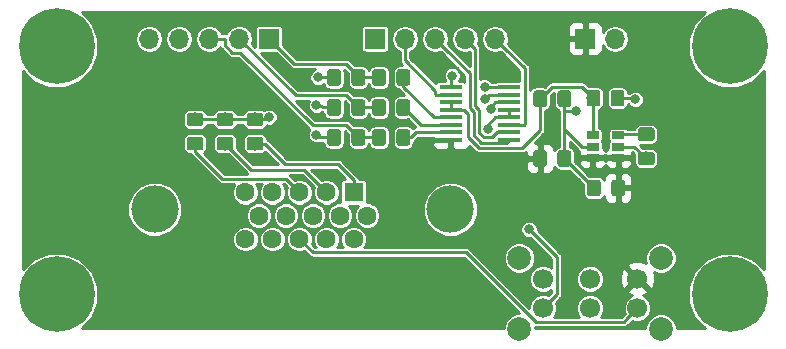
<source format=gbr>
G04 #@! TF.GenerationSoftware,KiCad,Pcbnew,6.0.0-rc1-unknown-r14633-2e907bfa*
G04 #@! TF.CreationDate,2018-12-23T16:51:31-08:00
G04 #@! TF.ProjectId,td-rgb,74642d72-6762-42e6-9b69-6361645f7063,rev?*
G04 #@! TF.SameCoordinates,Original*
G04 #@! TF.FileFunction,Copper,L1,Top*
G04 #@! TF.FilePolarity,Positive*
%FSLAX46Y46*%
G04 Gerber Fmt 4.6, Leading zero omitted, Abs format (unit mm)*
G04 Created by KiCad (PCBNEW 6.0.0-rc1-unknown-r14633-2e907bfa) date Sun 23 Dec 2018 04:51:31 PM PST*
%MOMM*%
%LPD*%
G04 APERTURE LIST*
%ADD10C,6.400000*%
%ADD11R,1.960000X0.410000*%
%ADD12O,1.700000X1.700000*%
%ADD13R,1.700000X1.700000*%
%ADD14R,1.060000X0.650000*%
%ADD15C,0.100000*%
%ADD16C,1.150000*%
%ADD17C,1.700000*%
%ADD18C,2.000000*%
%ADD19C,4.000000*%
%ADD20C,1.600000*%
%ADD21R,1.600000X1.600000*%
%ADD22C,0.800000*%
%ADD23C,0.250000*%
%ADD24C,0.254000*%
G04 APERTURE END LIST*
D10*
X171000000Y-87000000D03*
X114000000Y-87000000D03*
X171000000Y-108000000D03*
D11*
X152335000Y-94932500D03*
X152335000Y-94297500D03*
X152335000Y-93662500D03*
X152335000Y-93027500D03*
X152335000Y-92392500D03*
X152335000Y-91757500D03*
X152335000Y-91122500D03*
X152335000Y-90487500D03*
X147385000Y-90487500D03*
X147385000Y-91122500D03*
X147385000Y-91757500D03*
X147385000Y-92392500D03*
X147385000Y-93027500D03*
X147385000Y-93662500D03*
X147385000Y-94297500D03*
X147385000Y-94932500D03*
D12*
X161290000Y-86360000D03*
D13*
X158750000Y-86360000D03*
D14*
X159380000Y-94554999D03*
X159380000Y-95504999D03*
X159380000Y-96454999D03*
X161580000Y-96454999D03*
X161580000Y-94554999D03*
X161580000Y-95504999D03*
D15*
G36*
X161899505Y-98301204D02*
G01*
X161923773Y-98304804D01*
X161947572Y-98310765D01*
X161970671Y-98319030D01*
X161992850Y-98329520D01*
X162013893Y-98342132D01*
X162033599Y-98356747D01*
X162051777Y-98373223D01*
X162068253Y-98391401D01*
X162082868Y-98411107D01*
X162095480Y-98432150D01*
X162105970Y-98454329D01*
X162114235Y-98477428D01*
X162120196Y-98501227D01*
X162123796Y-98525495D01*
X162125000Y-98549999D01*
X162125000Y-99450001D01*
X162123796Y-99474505D01*
X162120196Y-99498773D01*
X162114235Y-99522572D01*
X162105970Y-99545671D01*
X162095480Y-99567850D01*
X162082868Y-99588893D01*
X162068253Y-99608599D01*
X162051777Y-99626777D01*
X162033599Y-99643253D01*
X162013893Y-99657868D01*
X161992850Y-99670480D01*
X161970671Y-99680970D01*
X161947572Y-99689235D01*
X161923773Y-99695196D01*
X161899505Y-99698796D01*
X161875001Y-99700000D01*
X161224999Y-99700000D01*
X161200495Y-99698796D01*
X161176227Y-99695196D01*
X161152428Y-99689235D01*
X161129329Y-99680970D01*
X161107150Y-99670480D01*
X161086107Y-99657868D01*
X161066401Y-99643253D01*
X161048223Y-99626777D01*
X161031747Y-99608599D01*
X161017132Y-99588893D01*
X161004520Y-99567850D01*
X160994030Y-99545671D01*
X160985765Y-99522572D01*
X160979804Y-99498773D01*
X160976204Y-99474505D01*
X160975000Y-99450001D01*
X160975000Y-98549999D01*
X160976204Y-98525495D01*
X160979804Y-98501227D01*
X160985765Y-98477428D01*
X160994030Y-98454329D01*
X161004520Y-98432150D01*
X161017132Y-98411107D01*
X161031747Y-98391401D01*
X161048223Y-98373223D01*
X161066401Y-98356747D01*
X161086107Y-98342132D01*
X161107150Y-98329520D01*
X161129329Y-98319030D01*
X161152428Y-98310765D01*
X161176227Y-98304804D01*
X161200495Y-98301204D01*
X161224999Y-98300000D01*
X161875001Y-98300000D01*
X161899505Y-98301204D01*
X161899505Y-98301204D01*
G37*
D16*
X161550000Y-99000000D03*
D15*
G36*
X159849505Y-98301204D02*
G01*
X159873773Y-98304804D01*
X159897572Y-98310765D01*
X159920671Y-98319030D01*
X159942850Y-98329520D01*
X159963893Y-98342132D01*
X159983599Y-98356747D01*
X160001777Y-98373223D01*
X160018253Y-98391401D01*
X160032868Y-98411107D01*
X160045480Y-98432150D01*
X160055970Y-98454329D01*
X160064235Y-98477428D01*
X160070196Y-98501227D01*
X160073796Y-98525495D01*
X160075000Y-98549999D01*
X160075000Y-99450001D01*
X160073796Y-99474505D01*
X160070196Y-99498773D01*
X160064235Y-99522572D01*
X160055970Y-99545671D01*
X160045480Y-99567850D01*
X160032868Y-99588893D01*
X160018253Y-99608599D01*
X160001777Y-99626777D01*
X159983599Y-99643253D01*
X159963893Y-99657868D01*
X159942850Y-99670480D01*
X159920671Y-99680970D01*
X159897572Y-99689235D01*
X159873773Y-99695196D01*
X159849505Y-99698796D01*
X159825001Y-99700000D01*
X159174999Y-99700000D01*
X159150495Y-99698796D01*
X159126227Y-99695196D01*
X159102428Y-99689235D01*
X159079329Y-99680970D01*
X159057150Y-99670480D01*
X159036107Y-99657868D01*
X159016401Y-99643253D01*
X158998223Y-99626777D01*
X158981747Y-99608599D01*
X158967132Y-99588893D01*
X158954520Y-99567850D01*
X158944030Y-99545671D01*
X158935765Y-99522572D01*
X158929804Y-99498773D01*
X158926204Y-99474505D01*
X158925000Y-99450001D01*
X158925000Y-98549999D01*
X158926204Y-98525495D01*
X158929804Y-98501227D01*
X158935765Y-98477428D01*
X158944030Y-98454329D01*
X158954520Y-98432150D01*
X158967132Y-98411107D01*
X158981747Y-98391401D01*
X158998223Y-98373223D01*
X159016401Y-98356747D01*
X159036107Y-98342132D01*
X159057150Y-98329520D01*
X159079329Y-98319030D01*
X159102428Y-98310765D01*
X159126227Y-98304804D01*
X159150495Y-98301204D01*
X159174999Y-98300000D01*
X159825001Y-98300000D01*
X159849505Y-98301204D01*
X159849505Y-98301204D01*
G37*
D16*
X159500000Y-99000000D03*
D15*
G36*
X159804505Y-90701204D02*
G01*
X159828773Y-90704804D01*
X159852572Y-90710765D01*
X159875671Y-90719030D01*
X159897850Y-90729520D01*
X159918893Y-90742132D01*
X159938599Y-90756747D01*
X159956777Y-90773223D01*
X159973253Y-90791401D01*
X159987868Y-90811107D01*
X160000480Y-90832150D01*
X160010970Y-90854329D01*
X160019235Y-90877428D01*
X160025196Y-90901227D01*
X160028796Y-90925495D01*
X160030000Y-90949999D01*
X160030000Y-91850001D01*
X160028796Y-91874505D01*
X160025196Y-91898773D01*
X160019235Y-91922572D01*
X160010970Y-91945671D01*
X160000480Y-91967850D01*
X159987868Y-91988893D01*
X159973253Y-92008599D01*
X159956777Y-92026777D01*
X159938599Y-92043253D01*
X159918893Y-92057868D01*
X159897850Y-92070480D01*
X159875671Y-92080970D01*
X159852572Y-92089235D01*
X159828773Y-92095196D01*
X159804505Y-92098796D01*
X159780001Y-92100000D01*
X159129999Y-92100000D01*
X159105495Y-92098796D01*
X159081227Y-92095196D01*
X159057428Y-92089235D01*
X159034329Y-92080970D01*
X159012150Y-92070480D01*
X158991107Y-92057868D01*
X158971401Y-92043253D01*
X158953223Y-92026777D01*
X158936747Y-92008599D01*
X158922132Y-91988893D01*
X158909520Y-91967850D01*
X158899030Y-91945671D01*
X158890765Y-91922572D01*
X158884804Y-91898773D01*
X158881204Y-91874505D01*
X158880000Y-91850001D01*
X158880000Y-90949999D01*
X158881204Y-90925495D01*
X158884804Y-90901227D01*
X158890765Y-90877428D01*
X158899030Y-90854329D01*
X158909520Y-90832150D01*
X158922132Y-90811107D01*
X158936747Y-90791401D01*
X158953223Y-90773223D01*
X158971401Y-90756747D01*
X158991107Y-90742132D01*
X159012150Y-90729520D01*
X159034329Y-90719030D01*
X159057428Y-90710765D01*
X159081227Y-90704804D01*
X159105495Y-90701204D01*
X159129999Y-90700000D01*
X159780001Y-90700000D01*
X159804505Y-90701204D01*
X159804505Y-90701204D01*
G37*
D16*
X159455000Y-91400000D03*
D15*
G36*
X161854505Y-90701204D02*
G01*
X161878773Y-90704804D01*
X161902572Y-90710765D01*
X161925671Y-90719030D01*
X161947850Y-90729520D01*
X161968893Y-90742132D01*
X161988599Y-90756747D01*
X162006777Y-90773223D01*
X162023253Y-90791401D01*
X162037868Y-90811107D01*
X162050480Y-90832150D01*
X162060970Y-90854329D01*
X162069235Y-90877428D01*
X162075196Y-90901227D01*
X162078796Y-90925495D01*
X162080000Y-90949999D01*
X162080000Y-91850001D01*
X162078796Y-91874505D01*
X162075196Y-91898773D01*
X162069235Y-91922572D01*
X162060970Y-91945671D01*
X162050480Y-91967850D01*
X162037868Y-91988893D01*
X162023253Y-92008599D01*
X162006777Y-92026777D01*
X161988599Y-92043253D01*
X161968893Y-92057868D01*
X161947850Y-92070480D01*
X161925671Y-92080970D01*
X161902572Y-92089235D01*
X161878773Y-92095196D01*
X161854505Y-92098796D01*
X161830001Y-92100000D01*
X161179999Y-92100000D01*
X161155495Y-92098796D01*
X161131227Y-92095196D01*
X161107428Y-92089235D01*
X161084329Y-92080970D01*
X161062150Y-92070480D01*
X161041107Y-92057868D01*
X161021401Y-92043253D01*
X161003223Y-92026777D01*
X160986747Y-92008599D01*
X160972132Y-91988893D01*
X160959520Y-91967850D01*
X160949030Y-91945671D01*
X160940765Y-91922572D01*
X160934804Y-91898773D01*
X160931204Y-91874505D01*
X160930000Y-91850001D01*
X160930000Y-90949999D01*
X160931204Y-90925495D01*
X160934804Y-90901227D01*
X160940765Y-90877428D01*
X160949030Y-90854329D01*
X160959520Y-90832150D01*
X160972132Y-90811107D01*
X160986747Y-90791401D01*
X161003223Y-90773223D01*
X161021401Y-90756747D01*
X161041107Y-90742132D01*
X161062150Y-90729520D01*
X161084329Y-90719030D01*
X161107428Y-90710765D01*
X161131227Y-90704804D01*
X161155495Y-90701204D01*
X161179999Y-90700000D01*
X161830001Y-90700000D01*
X161854505Y-90701204D01*
X161854505Y-90701204D01*
G37*
D16*
X161505000Y-91400000D03*
D15*
G36*
X164404504Y-95926204D02*
G01*
X164428772Y-95929804D01*
X164452571Y-95935765D01*
X164475670Y-95944030D01*
X164497849Y-95954520D01*
X164518892Y-95967132D01*
X164538598Y-95981747D01*
X164556776Y-95998223D01*
X164573252Y-96016401D01*
X164587867Y-96036107D01*
X164600479Y-96057150D01*
X164610969Y-96079329D01*
X164619234Y-96102428D01*
X164625195Y-96126227D01*
X164628795Y-96150495D01*
X164629999Y-96174999D01*
X164629999Y-96825001D01*
X164628795Y-96849505D01*
X164625195Y-96873773D01*
X164619234Y-96897572D01*
X164610969Y-96920671D01*
X164600479Y-96942850D01*
X164587867Y-96963893D01*
X164573252Y-96983599D01*
X164556776Y-97001777D01*
X164538598Y-97018253D01*
X164518892Y-97032868D01*
X164497849Y-97045480D01*
X164475670Y-97055970D01*
X164452571Y-97064235D01*
X164428772Y-97070196D01*
X164404504Y-97073796D01*
X164380000Y-97075000D01*
X163479998Y-97075000D01*
X163455494Y-97073796D01*
X163431226Y-97070196D01*
X163407427Y-97064235D01*
X163384328Y-97055970D01*
X163362149Y-97045480D01*
X163341106Y-97032868D01*
X163321400Y-97018253D01*
X163303222Y-97001777D01*
X163286746Y-96983599D01*
X163272131Y-96963893D01*
X163259519Y-96942850D01*
X163249029Y-96920671D01*
X163240764Y-96897572D01*
X163234803Y-96873773D01*
X163231203Y-96849505D01*
X163229999Y-96825001D01*
X163229999Y-96174999D01*
X163231203Y-96150495D01*
X163234803Y-96126227D01*
X163240764Y-96102428D01*
X163249029Y-96079329D01*
X163259519Y-96057150D01*
X163272131Y-96036107D01*
X163286746Y-96016401D01*
X163303222Y-95998223D01*
X163321400Y-95981747D01*
X163341106Y-95967132D01*
X163362149Y-95954520D01*
X163384328Y-95944030D01*
X163407427Y-95935765D01*
X163431226Y-95929804D01*
X163455494Y-95926204D01*
X163479998Y-95925000D01*
X164380000Y-95925000D01*
X164404504Y-95926204D01*
X164404504Y-95926204D01*
G37*
D16*
X163929999Y-96500000D03*
D15*
G36*
X164404504Y-93876204D02*
G01*
X164428772Y-93879804D01*
X164452571Y-93885765D01*
X164475670Y-93894030D01*
X164497849Y-93904520D01*
X164518892Y-93917132D01*
X164538598Y-93931747D01*
X164556776Y-93948223D01*
X164573252Y-93966401D01*
X164587867Y-93986107D01*
X164600479Y-94007150D01*
X164610969Y-94029329D01*
X164619234Y-94052428D01*
X164625195Y-94076227D01*
X164628795Y-94100495D01*
X164629999Y-94124999D01*
X164629999Y-94775001D01*
X164628795Y-94799505D01*
X164625195Y-94823773D01*
X164619234Y-94847572D01*
X164610969Y-94870671D01*
X164600479Y-94892850D01*
X164587867Y-94913893D01*
X164573252Y-94933599D01*
X164556776Y-94951777D01*
X164538598Y-94968253D01*
X164518892Y-94982868D01*
X164497849Y-94995480D01*
X164475670Y-95005970D01*
X164452571Y-95014235D01*
X164428772Y-95020196D01*
X164404504Y-95023796D01*
X164380000Y-95025000D01*
X163479998Y-95025000D01*
X163455494Y-95023796D01*
X163431226Y-95020196D01*
X163407427Y-95014235D01*
X163384328Y-95005970D01*
X163362149Y-94995480D01*
X163341106Y-94982868D01*
X163321400Y-94968253D01*
X163303222Y-94951777D01*
X163286746Y-94933599D01*
X163272131Y-94913893D01*
X163259519Y-94892850D01*
X163249029Y-94870671D01*
X163240764Y-94847572D01*
X163234803Y-94823773D01*
X163231203Y-94799505D01*
X163229999Y-94775001D01*
X163229999Y-94124999D01*
X163231203Y-94100495D01*
X163234803Y-94076227D01*
X163240764Y-94052428D01*
X163249029Y-94029329D01*
X163259519Y-94007150D01*
X163272131Y-93986107D01*
X163286746Y-93966401D01*
X163303222Y-93948223D01*
X163321400Y-93931747D01*
X163341106Y-93917132D01*
X163362149Y-93904520D01*
X163384328Y-93894030D01*
X163407427Y-93885765D01*
X163431226Y-93879804D01*
X163455494Y-93876204D01*
X163479998Y-93875000D01*
X164380000Y-93875000D01*
X164404504Y-93876204D01*
X164404504Y-93876204D01*
G37*
D16*
X163929999Y-94450000D03*
D17*
X163182001Y-109180000D03*
X159182001Y-109180000D03*
X155182001Y-109180000D03*
X163182001Y-106680000D03*
X159182001Y-106680000D03*
X155182001Y-106680000D03*
D18*
X153182001Y-110930000D03*
X165182001Y-110930000D03*
X165182001Y-104930000D03*
X153182001Y-104930000D03*
D15*
G36*
X137845381Y-88941906D02*
G01*
X137869649Y-88945506D01*
X137893448Y-88951467D01*
X137916547Y-88959732D01*
X137938726Y-88970222D01*
X137959769Y-88982834D01*
X137979475Y-88997449D01*
X137997653Y-89013925D01*
X138014129Y-89032103D01*
X138028744Y-89051809D01*
X138041356Y-89072852D01*
X138051846Y-89095031D01*
X138060111Y-89118130D01*
X138066072Y-89141929D01*
X138069672Y-89166197D01*
X138070876Y-89190701D01*
X138070876Y-90090703D01*
X138069672Y-90115207D01*
X138066072Y-90139475D01*
X138060111Y-90163274D01*
X138051846Y-90186373D01*
X138041356Y-90208552D01*
X138028744Y-90229595D01*
X138014129Y-90249301D01*
X137997653Y-90267479D01*
X137979475Y-90283955D01*
X137959769Y-90298570D01*
X137938726Y-90311182D01*
X137916547Y-90321672D01*
X137893448Y-90329937D01*
X137869649Y-90335898D01*
X137845381Y-90339498D01*
X137820877Y-90340702D01*
X137170875Y-90340702D01*
X137146371Y-90339498D01*
X137122103Y-90335898D01*
X137098304Y-90329937D01*
X137075205Y-90321672D01*
X137053026Y-90311182D01*
X137031983Y-90298570D01*
X137012277Y-90283955D01*
X136994099Y-90267479D01*
X136977623Y-90249301D01*
X136963008Y-90229595D01*
X136950396Y-90208552D01*
X136939906Y-90186373D01*
X136931641Y-90163274D01*
X136925680Y-90139475D01*
X136922080Y-90115207D01*
X136920876Y-90090703D01*
X136920876Y-89190701D01*
X136922080Y-89166197D01*
X136925680Y-89141929D01*
X136931641Y-89118130D01*
X136939906Y-89095031D01*
X136950396Y-89072852D01*
X136963008Y-89051809D01*
X136977623Y-89032103D01*
X136994099Y-89013925D01*
X137012277Y-88997449D01*
X137031983Y-88982834D01*
X137053026Y-88970222D01*
X137075205Y-88959732D01*
X137098304Y-88951467D01*
X137122103Y-88945506D01*
X137146371Y-88941906D01*
X137170875Y-88940702D01*
X137820877Y-88940702D01*
X137845381Y-88941906D01*
X137845381Y-88941906D01*
G37*
D16*
X137495876Y-89640702D03*
D15*
G36*
X139895381Y-88941906D02*
G01*
X139919649Y-88945506D01*
X139943448Y-88951467D01*
X139966547Y-88959732D01*
X139988726Y-88970222D01*
X140009769Y-88982834D01*
X140029475Y-88997449D01*
X140047653Y-89013925D01*
X140064129Y-89032103D01*
X140078744Y-89051809D01*
X140091356Y-89072852D01*
X140101846Y-89095031D01*
X140110111Y-89118130D01*
X140116072Y-89141929D01*
X140119672Y-89166197D01*
X140120876Y-89190701D01*
X140120876Y-90090703D01*
X140119672Y-90115207D01*
X140116072Y-90139475D01*
X140110111Y-90163274D01*
X140101846Y-90186373D01*
X140091356Y-90208552D01*
X140078744Y-90229595D01*
X140064129Y-90249301D01*
X140047653Y-90267479D01*
X140029475Y-90283955D01*
X140009769Y-90298570D01*
X139988726Y-90311182D01*
X139966547Y-90321672D01*
X139943448Y-90329937D01*
X139919649Y-90335898D01*
X139895381Y-90339498D01*
X139870877Y-90340702D01*
X139220875Y-90340702D01*
X139196371Y-90339498D01*
X139172103Y-90335898D01*
X139148304Y-90329937D01*
X139125205Y-90321672D01*
X139103026Y-90311182D01*
X139081983Y-90298570D01*
X139062277Y-90283955D01*
X139044099Y-90267479D01*
X139027623Y-90249301D01*
X139013008Y-90229595D01*
X139000396Y-90208552D01*
X138989906Y-90186373D01*
X138981641Y-90163274D01*
X138975680Y-90139475D01*
X138972080Y-90115207D01*
X138970876Y-90090703D01*
X138970876Y-89190701D01*
X138972080Y-89166197D01*
X138975680Y-89141929D01*
X138981641Y-89118130D01*
X138989906Y-89095031D01*
X139000396Y-89072852D01*
X139013008Y-89051809D01*
X139027623Y-89032103D01*
X139044099Y-89013925D01*
X139062277Y-88997449D01*
X139081983Y-88982834D01*
X139103026Y-88970222D01*
X139125205Y-88959732D01*
X139148304Y-88951467D01*
X139172103Y-88945506D01*
X139196371Y-88941906D01*
X139220875Y-88940702D01*
X139870877Y-88940702D01*
X139895381Y-88941906D01*
X139895381Y-88941906D01*
G37*
D16*
X139545876Y-89640702D03*
D15*
G36*
X137845381Y-91481906D02*
G01*
X137869649Y-91485506D01*
X137893448Y-91491467D01*
X137916547Y-91499732D01*
X137938726Y-91510222D01*
X137959769Y-91522834D01*
X137979475Y-91537449D01*
X137997653Y-91553925D01*
X138014129Y-91572103D01*
X138028744Y-91591809D01*
X138041356Y-91612852D01*
X138051846Y-91635031D01*
X138060111Y-91658130D01*
X138066072Y-91681929D01*
X138069672Y-91706197D01*
X138070876Y-91730701D01*
X138070876Y-92630703D01*
X138069672Y-92655207D01*
X138066072Y-92679475D01*
X138060111Y-92703274D01*
X138051846Y-92726373D01*
X138041356Y-92748552D01*
X138028744Y-92769595D01*
X138014129Y-92789301D01*
X137997653Y-92807479D01*
X137979475Y-92823955D01*
X137959769Y-92838570D01*
X137938726Y-92851182D01*
X137916547Y-92861672D01*
X137893448Y-92869937D01*
X137869649Y-92875898D01*
X137845381Y-92879498D01*
X137820877Y-92880702D01*
X137170875Y-92880702D01*
X137146371Y-92879498D01*
X137122103Y-92875898D01*
X137098304Y-92869937D01*
X137075205Y-92861672D01*
X137053026Y-92851182D01*
X137031983Y-92838570D01*
X137012277Y-92823955D01*
X136994099Y-92807479D01*
X136977623Y-92789301D01*
X136963008Y-92769595D01*
X136950396Y-92748552D01*
X136939906Y-92726373D01*
X136931641Y-92703274D01*
X136925680Y-92679475D01*
X136922080Y-92655207D01*
X136920876Y-92630703D01*
X136920876Y-91730701D01*
X136922080Y-91706197D01*
X136925680Y-91681929D01*
X136931641Y-91658130D01*
X136939906Y-91635031D01*
X136950396Y-91612852D01*
X136963008Y-91591809D01*
X136977623Y-91572103D01*
X136994099Y-91553925D01*
X137012277Y-91537449D01*
X137031983Y-91522834D01*
X137053026Y-91510222D01*
X137075205Y-91499732D01*
X137098304Y-91491467D01*
X137122103Y-91485506D01*
X137146371Y-91481906D01*
X137170875Y-91480702D01*
X137820877Y-91480702D01*
X137845381Y-91481906D01*
X137845381Y-91481906D01*
G37*
D16*
X137495876Y-92180702D03*
D15*
G36*
X139895381Y-91481906D02*
G01*
X139919649Y-91485506D01*
X139943448Y-91491467D01*
X139966547Y-91499732D01*
X139988726Y-91510222D01*
X140009769Y-91522834D01*
X140029475Y-91537449D01*
X140047653Y-91553925D01*
X140064129Y-91572103D01*
X140078744Y-91591809D01*
X140091356Y-91612852D01*
X140101846Y-91635031D01*
X140110111Y-91658130D01*
X140116072Y-91681929D01*
X140119672Y-91706197D01*
X140120876Y-91730701D01*
X140120876Y-92630703D01*
X140119672Y-92655207D01*
X140116072Y-92679475D01*
X140110111Y-92703274D01*
X140101846Y-92726373D01*
X140091356Y-92748552D01*
X140078744Y-92769595D01*
X140064129Y-92789301D01*
X140047653Y-92807479D01*
X140029475Y-92823955D01*
X140009769Y-92838570D01*
X139988726Y-92851182D01*
X139966547Y-92861672D01*
X139943448Y-92869937D01*
X139919649Y-92875898D01*
X139895381Y-92879498D01*
X139870877Y-92880702D01*
X139220875Y-92880702D01*
X139196371Y-92879498D01*
X139172103Y-92875898D01*
X139148304Y-92869937D01*
X139125205Y-92861672D01*
X139103026Y-92851182D01*
X139081983Y-92838570D01*
X139062277Y-92823955D01*
X139044099Y-92807479D01*
X139027623Y-92789301D01*
X139013008Y-92769595D01*
X139000396Y-92748552D01*
X138989906Y-92726373D01*
X138981641Y-92703274D01*
X138975680Y-92679475D01*
X138972080Y-92655207D01*
X138970876Y-92630703D01*
X138970876Y-91730701D01*
X138972080Y-91706197D01*
X138975680Y-91681929D01*
X138981641Y-91658130D01*
X138989906Y-91635031D01*
X139000396Y-91612852D01*
X139013008Y-91591809D01*
X139027623Y-91572103D01*
X139044099Y-91553925D01*
X139062277Y-91537449D01*
X139081983Y-91522834D01*
X139103026Y-91510222D01*
X139125205Y-91499732D01*
X139148304Y-91491467D01*
X139172103Y-91485506D01*
X139196371Y-91481906D01*
X139220875Y-91480702D01*
X139870877Y-91480702D01*
X139895381Y-91481906D01*
X139895381Y-91481906D01*
G37*
D16*
X139545876Y-92180702D03*
D15*
G36*
X137845381Y-94021906D02*
G01*
X137869649Y-94025506D01*
X137893448Y-94031467D01*
X137916547Y-94039732D01*
X137938726Y-94050222D01*
X137959769Y-94062834D01*
X137979475Y-94077449D01*
X137997653Y-94093925D01*
X138014129Y-94112103D01*
X138028744Y-94131809D01*
X138041356Y-94152852D01*
X138051846Y-94175031D01*
X138060111Y-94198130D01*
X138066072Y-94221929D01*
X138069672Y-94246197D01*
X138070876Y-94270701D01*
X138070876Y-95170703D01*
X138069672Y-95195207D01*
X138066072Y-95219475D01*
X138060111Y-95243274D01*
X138051846Y-95266373D01*
X138041356Y-95288552D01*
X138028744Y-95309595D01*
X138014129Y-95329301D01*
X137997653Y-95347479D01*
X137979475Y-95363955D01*
X137959769Y-95378570D01*
X137938726Y-95391182D01*
X137916547Y-95401672D01*
X137893448Y-95409937D01*
X137869649Y-95415898D01*
X137845381Y-95419498D01*
X137820877Y-95420702D01*
X137170875Y-95420702D01*
X137146371Y-95419498D01*
X137122103Y-95415898D01*
X137098304Y-95409937D01*
X137075205Y-95401672D01*
X137053026Y-95391182D01*
X137031983Y-95378570D01*
X137012277Y-95363955D01*
X136994099Y-95347479D01*
X136977623Y-95329301D01*
X136963008Y-95309595D01*
X136950396Y-95288552D01*
X136939906Y-95266373D01*
X136931641Y-95243274D01*
X136925680Y-95219475D01*
X136922080Y-95195207D01*
X136920876Y-95170703D01*
X136920876Y-94270701D01*
X136922080Y-94246197D01*
X136925680Y-94221929D01*
X136931641Y-94198130D01*
X136939906Y-94175031D01*
X136950396Y-94152852D01*
X136963008Y-94131809D01*
X136977623Y-94112103D01*
X136994099Y-94093925D01*
X137012277Y-94077449D01*
X137031983Y-94062834D01*
X137053026Y-94050222D01*
X137075205Y-94039732D01*
X137098304Y-94031467D01*
X137122103Y-94025506D01*
X137146371Y-94021906D01*
X137170875Y-94020702D01*
X137820877Y-94020702D01*
X137845381Y-94021906D01*
X137845381Y-94021906D01*
G37*
D16*
X137495876Y-94720702D03*
D15*
G36*
X139895381Y-94021906D02*
G01*
X139919649Y-94025506D01*
X139943448Y-94031467D01*
X139966547Y-94039732D01*
X139988726Y-94050222D01*
X140009769Y-94062834D01*
X140029475Y-94077449D01*
X140047653Y-94093925D01*
X140064129Y-94112103D01*
X140078744Y-94131809D01*
X140091356Y-94152852D01*
X140101846Y-94175031D01*
X140110111Y-94198130D01*
X140116072Y-94221929D01*
X140119672Y-94246197D01*
X140120876Y-94270701D01*
X140120876Y-95170703D01*
X140119672Y-95195207D01*
X140116072Y-95219475D01*
X140110111Y-95243274D01*
X140101846Y-95266373D01*
X140091356Y-95288552D01*
X140078744Y-95309595D01*
X140064129Y-95329301D01*
X140047653Y-95347479D01*
X140029475Y-95363955D01*
X140009769Y-95378570D01*
X139988726Y-95391182D01*
X139966547Y-95401672D01*
X139943448Y-95409937D01*
X139919649Y-95415898D01*
X139895381Y-95419498D01*
X139870877Y-95420702D01*
X139220875Y-95420702D01*
X139196371Y-95419498D01*
X139172103Y-95415898D01*
X139148304Y-95409937D01*
X139125205Y-95401672D01*
X139103026Y-95391182D01*
X139081983Y-95378570D01*
X139062277Y-95363955D01*
X139044099Y-95347479D01*
X139027623Y-95329301D01*
X139013008Y-95309595D01*
X139000396Y-95288552D01*
X138989906Y-95266373D01*
X138981641Y-95243274D01*
X138975680Y-95219475D01*
X138972080Y-95195207D01*
X138970876Y-95170703D01*
X138970876Y-94270701D01*
X138972080Y-94246197D01*
X138975680Y-94221929D01*
X138981641Y-94198130D01*
X138989906Y-94175031D01*
X139000396Y-94152852D01*
X139013008Y-94131809D01*
X139027623Y-94112103D01*
X139044099Y-94093925D01*
X139062277Y-94077449D01*
X139081983Y-94062834D01*
X139103026Y-94050222D01*
X139125205Y-94039732D01*
X139148304Y-94031467D01*
X139172103Y-94025506D01*
X139196371Y-94021906D01*
X139220875Y-94020702D01*
X139870877Y-94020702D01*
X139895381Y-94021906D01*
X139895381Y-94021906D01*
G37*
D16*
X139545876Y-94720702D03*
D15*
G36*
X143705381Y-88941906D02*
G01*
X143729649Y-88945506D01*
X143753448Y-88951467D01*
X143776547Y-88959732D01*
X143798726Y-88970222D01*
X143819769Y-88982834D01*
X143839475Y-88997449D01*
X143857653Y-89013925D01*
X143874129Y-89032103D01*
X143888744Y-89051809D01*
X143901356Y-89072852D01*
X143911846Y-89095031D01*
X143920111Y-89118130D01*
X143926072Y-89141929D01*
X143929672Y-89166197D01*
X143930876Y-89190701D01*
X143930876Y-90090703D01*
X143929672Y-90115207D01*
X143926072Y-90139475D01*
X143920111Y-90163274D01*
X143911846Y-90186373D01*
X143901356Y-90208552D01*
X143888744Y-90229595D01*
X143874129Y-90249301D01*
X143857653Y-90267479D01*
X143839475Y-90283955D01*
X143819769Y-90298570D01*
X143798726Y-90311182D01*
X143776547Y-90321672D01*
X143753448Y-90329937D01*
X143729649Y-90335898D01*
X143705381Y-90339498D01*
X143680877Y-90340702D01*
X143030875Y-90340702D01*
X143006371Y-90339498D01*
X142982103Y-90335898D01*
X142958304Y-90329937D01*
X142935205Y-90321672D01*
X142913026Y-90311182D01*
X142891983Y-90298570D01*
X142872277Y-90283955D01*
X142854099Y-90267479D01*
X142837623Y-90249301D01*
X142823008Y-90229595D01*
X142810396Y-90208552D01*
X142799906Y-90186373D01*
X142791641Y-90163274D01*
X142785680Y-90139475D01*
X142782080Y-90115207D01*
X142780876Y-90090703D01*
X142780876Y-89190701D01*
X142782080Y-89166197D01*
X142785680Y-89141929D01*
X142791641Y-89118130D01*
X142799906Y-89095031D01*
X142810396Y-89072852D01*
X142823008Y-89051809D01*
X142837623Y-89032103D01*
X142854099Y-89013925D01*
X142872277Y-88997449D01*
X142891983Y-88982834D01*
X142913026Y-88970222D01*
X142935205Y-88959732D01*
X142958304Y-88951467D01*
X142982103Y-88945506D01*
X143006371Y-88941906D01*
X143030875Y-88940702D01*
X143680877Y-88940702D01*
X143705381Y-88941906D01*
X143705381Y-88941906D01*
G37*
D16*
X143355876Y-89640702D03*
D15*
G36*
X141655381Y-88941906D02*
G01*
X141679649Y-88945506D01*
X141703448Y-88951467D01*
X141726547Y-88959732D01*
X141748726Y-88970222D01*
X141769769Y-88982834D01*
X141789475Y-88997449D01*
X141807653Y-89013925D01*
X141824129Y-89032103D01*
X141838744Y-89051809D01*
X141851356Y-89072852D01*
X141861846Y-89095031D01*
X141870111Y-89118130D01*
X141876072Y-89141929D01*
X141879672Y-89166197D01*
X141880876Y-89190701D01*
X141880876Y-90090703D01*
X141879672Y-90115207D01*
X141876072Y-90139475D01*
X141870111Y-90163274D01*
X141861846Y-90186373D01*
X141851356Y-90208552D01*
X141838744Y-90229595D01*
X141824129Y-90249301D01*
X141807653Y-90267479D01*
X141789475Y-90283955D01*
X141769769Y-90298570D01*
X141748726Y-90311182D01*
X141726547Y-90321672D01*
X141703448Y-90329937D01*
X141679649Y-90335898D01*
X141655381Y-90339498D01*
X141630877Y-90340702D01*
X140980875Y-90340702D01*
X140956371Y-90339498D01*
X140932103Y-90335898D01*
X140908304Y-90329937D01*
X140885205Y-90321672D01*
X140863026Y-90311182D01*
X140841983Y-90298570D01*
X140822277Y-90283955D01*
X140804099Y-90267479D01*
X140787623Y-90249301D01*
X140773008Y-90229595D01*
X140760396Y-90208552D01*
X140749906Y-90186373D01*
X140741641Y-90163274D01*
X140735680Y-90139475D01*
X140732080Y-90115207D01*
X140730876Y-90090703D01*
X140730876Y-89190701D01*
X140732080Y-89166197D01*
X140735680Y-89141929D01*
X140741641Y-89118130D01*
X140749906Y-89095031D01*
X140760396Y-89072852D01*
X140773008Y-89051809D01*
X140787623Y-89032103D01*
X140804099Y-89013925D01*
X140822277Y-88997449D01*
X140841983Y-88982834D01*
X140863026Y-88970222D01*
X140885205Y-88959732D01*
X140908304Y-88951467D01*
X140932103Y-88945506D01*
X140956371Y-88941906D01*
X140980875Y-88940702D01*
X141630877Y-88940702D01*
X141655381Y-88941906D01*
X141655381Y-88941906D01*
G37*
D16*
X141305876Y-89640702D03*
D15*
G36*
X143705381Y-91481906D02*
G01*
X143729649Y-91485506D01*
X143753448Y-91491467D01*
X143776547Y-91499732D01*
X143798726Y-91510222D01*
X143819769Y-91522834D01*
X143839475Y-91537449D01*
X143857653Y-91553925D01*
X143874129Y-91572103D01*
X143888744Y-91591809D01*
X143901356Y-91612852D01*
X143911846Y-91635031D01*
X143920111Y-91658130D01*
X143926072Y-91681929D01*
X143929672Y-91706197D01*
X143930876Y-91730701D01*
X143930876Y-92630703D01*
X143929672Y-92655207D01*
X143926072Y-92679475D01*
X143920111Y-92703274D01*
X143911846Y-92726373D01*
X143901356Y-92748552D01*
X143888744Y-92769595D01*
X143874129Y-92789301D01*
X143857653Y-92807479D01*
X143839475Y-92823955D01*
X143819769Y-92838570D01*
X143798726Y-92851182D01*
X143776547Y-92861672D01*
X143753448Y-92869937D01*
X143729649Y-92875898D01*
X143705381Y-92879498D01*
X143680877Y-92880702D01*
X143030875Y-92880702D01*
X143006371Y-92879498D01*
X142982103Y-92875898D01*
X142958304Y-92869937D01*
X142935205Y-92861672D01*
X142913026Y-92851182D01*
X142891983Y-92838570D01*
X142872277Y-92823955D01*
X142854099Y-92807479D01*
X142837623Y-92789301D01*
X142823008Y-92769595D01*
X142810396Y-92748552D01*
X142799906Y-92726373D01*
X142791641Y-92703274D01*
X142785680Y-92679475D01*
X142782080Y-92655207D01*
X142780876Y-92630703D01*
X142780876Y-91730701D01*
X142782080Y-91706197D01*
X142785680Y-91681929D01*
X142791641Y-91658130D01*
X142799906Y-91635031D01*
X142810396Y-91612852D01*
X142823008Y-91591809D01*
X142837623Y-91572103D01*
X142854099Y-91553925D01*
X142872277Y-91537449D01*
X142891983Y-91522834D01*
X142913026Y-91510222D01*
X142935205Y-91499732D01*
X142958304Y-91491467D01*
X142982103Y-91485506D01*
X143006371Y-91481906D01*
X143030875Y-91480702D01*
X143680877Y-91480702D01*
X143705381Y-91481906D01*
X143705381Y-91481906D01*
G37*
D16*
X143355876Y-92180702D03*
D15*
G36*
X141655381Y-91481906D02*
G01*
X141679649Y-91485506D01*
X141703448Y-91491467D01*
X141726547Y-91499732D01*
X141748726Y-91510222D01*
X141769769Y-91522834D01*
X141789475Y-91537449D01*
X141807653Y-91553925D01*
X141824129Y-91572103D01*
X141838744Y-91591809D01*
X141851356Y-91612852D01*
X141861846Y-91635031D01*
X141870111Y-91658130D01*
X141876072Y-91681929D01*
X141879672Y-91706197D01*
X141880876Y-91730701D01*
X141880876Y-92630703D01*
X141879672Y-92655207D01*
X141876072Y-92679475D01*
X141870111Y-92703274D01*
X141861846Y-92726373D01*
X141851356Y-92748552D01*
X141838744Y-92769595D01*
X141824129Y-92789301D01*
X141807653Y-92807479D01*
X141789475Y-92823955D01*
X141769769Y-92838570D01*
X141748726Y-92851182D01*
X141726547Y-92861672D01*
X141703448Y-92869937D01*
X141679649Y-92875898D01*
X141655381Y-92879498D01*
X141630877Y-92880702D01*
X140980875Y-92880702D01*
X140956371Y-92879498D01*
X140932103Y-92875898D01*
X140908304Y-92869937D01*
X140885205Y-92861672D01*
X140863026Y-92851182D01*
X140841983Y-92838570D01*
X140822277Y-92823955D01*
X140804099Y-92807479D01*
X140787623Y-92789301D01*
X140773008Y-92769595D01*
X140760396Y-92748552D01*
X140749906Y-92726373D01*
X140741641Y-92703274D01*
X140735680Y-92679475D01*
X140732080Y-92655207D01*
X140730876Y-92630703D01*
X140730876Y-91730701D01*
X140732080Y-91706197D01*
X140735680Y-91681929D01*
X140741641Y-91658130D01*
X140749906Y-91635031D01*
X140760396Y-91612852D01*
X140773008Y-91591809D01*
X140787623Y-91572103D01*
X140804099Y-91553925D01*
X140822277Y-91537449D01*
X140841983Y-91522834D01*
X140863026Y-91510222D01*
X140885205Y-91499732D01*
X140908304Y-91491467D01*
X140932103Y-91485506D01*
X140956371Y-91481906D01*
X140980875Y-91480702D01*
X141630877Y-91480702D01*
X141655381Y-91481906D01*
X141655381Y-91481906D01*
G37*
D16*
X141305876Y-92180702D03*
D15*
G36*
X143705381Y-94021906D02*
G01*
X143729649Y-94025506D01*
X143753448Y-94031467D01*
X143776547Y-94039732D01*
X143798726Y-94050222D01*
X143819769Y-94062834D01*
X143839475Y-94077449D01*
X143857653Y-94093925D01*
X143874129Y-94112103D01*
X143888744Y-94131809D01*
X143901356Y-94152852D01*
X143911846Y-94175031D01*
X143920111Y-94198130D01*
X143926072Y-94221929D01*
X143929672Y-94246197D01*
X143930876Y-94270701D01*
X143930876Y-95170703D01*
X143929672Y-95195207D01*
X143926072Y-95219475D01*
X143920111Y-95243274D01*
X143911846Y-95266373D01*
X143901356Y-95288552D01*
X143888744Y-95309595D01*
X143874129Y-95329301D01*
X143857653Y-95347479D01*
X143839475Y-95363955D01*
X143819769Y-95378570D01*
X143798726Y-95391182D01*
X143776547Y-95401672D01*
X143753448Y-95409937D01*
X143729649Y-95415898D01*
X143705381Y-95419498D01*
X143680877Y-95420702D01*
X143030875Y-95420702D01*
X143006371Y-95419498D01*
X142982103Y-95415898D01*
X142958304Y-95409937D01*
X142935205Y-95401672D01*
X142913026Y-95391182D01*
X142891983Y-95378570D01*
X142872277Y-95363955D01*
X142854099Y-95347479D01*
X142837623Y-95329301D01*
X142823008Y-95309595D01*
X142810396Y-95288552D01*
X142799906Y-95266373D01*
X142791641Y-95243274D01*
X142785680Y-95219475D01*
X142782080Y-95195207D01*
X142780876Y-95170703D01*
X142780876Y-94270701D01*
X142782080Y-94246197D01*
X142785680Y-94221929D01*
X142791641Y-94198130D01*
X142799906Y-94175031D01*
X142810396Y-94152852D01*
X142823008Y-94131809D01*
X142837623Y-94112103D01*
X142854099Y-94093925D01*
X142872277Y-94077449D01*
X142891983Y-94062834D01*
X142913026Y-94050222D01*
X142935205Y-94039732D01*
X142958304Y-94031467D01*
X142982103Y-94025506D01*
X143006371Y-94021906D01*
X143030875Y-94020702D01*
X143680877Y-94020702D01*
X143705381Y-94021906D01*
X143705381Y-94021906D01*
G37*
D16*
X143355876Y-94720702D03*
D15*
G36*
X141655381Y-94021906D02*
G01*
X141679649Y-94025506D01*
X141703448Y-94031467D01*
X141726547Y-94039732D01*
X141748726Y-94050222D01*
X141769769Y-94062834D01*
X141789475Y-94077449D01*
X141807653Y-94093925D01*
X141824129Y-94112103D01*
X141838744Y-94131809D01*
X141851356Y-94152852D01*
X141861846Y-94175031D01*
X141870111Y-94198130D01*
X141876072Y-94221929D01*
X141879672Y-94246197D01*
X141880876Y-94270701D01*
X141880876Y-95170703D01*
X141879672Y-95195207D01*
X141876072Y-95219475D01*
X141870111Y-95243274D01*
X141861846Y-95266373D01*
X141851356Y-95288552D01*
X141838744Y-95309595D01*
X141824129Y-95329301D01*
X141807653Y-95347479D01*
X141789475Y-95363955D01*
X141769769Y-95378570D01*
X141748726Y-95391182D01*
X141726547Y-95401672D01*
X141703448Y-95409937D01*
X141679649Y-95415898D01*
X141655381Y-95419498D01*
X141630877Y-95420702D01*
X140980875Y-95420702D01*
X140956371Y-95419498D01*
X140932103Y-95415898D01*
X140908304Y-95409937D01*
X140885205Y-95401672D01*
X140863026Y-95391182D01*
X140841983Y-95378570D01*
X140822277Y-95363955D01*
X140804099Y-95347479D01*
X140787623Y-95329301D01*
X140773008Y-95309595D01*
X140760396Y-95288552D01*
X140749906Y-95266373D01*
X140741641Y-95243274D01*
X140735680Y-95219475D01*
X140732080Y-95195207D01*
X140730876Y-95170703D01*
X140730876Y-94270701D01*
X140732080Y-94246197D01*
X140735680Y-94221929D01*
X140741641Y-94198130D01*
X140749906Y-94175031D01*
X140760396Y-94152852D01*
X140773008Y-94131809D01*
X140787623Y-94112103D01*
X140804099Y-94093925D01*
X140822277Y-94077449D01*
X140841983Y-94062834D01*
X140863026Y-94050222D01*
X140885205Y-94039732D01*
X140908304Y-94031467D01*
X140932103Y-94025506D01*
X140956371Y-94021906D01*
X140980875Y-94020702D01*
X141630877Y-94020702D01*
X141655381Y-94021906D01*
X141655381Y-94021906D01*
G37*
D16*
X141305876Y-94720702D03*
D15*
G36*
X126204505Y-92626204D02*
G01*
X126228773Y-92629804D01*
X126252572Y-92635765D01*
X126275671Y-92644030D01*
X126297850Y-92654520D01*
X126318893Y-92667132D01*
X126338599Y-92681747D01*
X126356777Y-92698223D01*
X126373253Y-92716401D01*
X126387868Y-92736107D01*
X126400480Y-92757150D01*
X126410970Y-92779329D01*
X126419235Y-92802428D01*
X126425196Y-92826227D01*
X126428796Y-92850495D01*
X126430000Y-92874999D01*
X126430000Y-93525001D01*
X126428796Y-93549505D01*
X126425196Y-93573773D01*
X126419235Y-93597572D01*
X126410970Y-93620671D01*
X126400480Y-93642850D01*
X126387868Y-93663893D01*
X126373253Y-93683599D01*
X126356777Y-93701777D01*
X126338599Y-93718253D01*
X126318893Y-93732868D01*
X126297850Y-93745480D01*
X126275671Y-93755970D01*
X126252572Y-93764235D01*
X126228773Y-93770196D01*
X126204505Y-93773796D01*
X126180001Y-93775000D01*
X125279999Y-93775000D01*
X125255495Y-93773796D01*
X125231227Y-93770196D01*
X125207428Y-93764235D01*
X125184329Y-93755970D01*
X125162150Y-93745480D01*
X125141107Y-93732868D01*
X125121401Y-93718253D01*
X125103223Y-93701777D01*
X125086747Y-93683599D01*
X125072132Y-93663893D01*
X125059520Y-93642850D01*
X125049030Y-93620671D01*
X125040765Y-93597572D01*
X125034804Y-93573773D01*
X125031204Y-93549505D01*
X125030000Y-93525001D01*
X125030000Y-92874999D01*
X125031204Y-92850495D01*
X125034804Y-92826227D01*
X125040765Y-92802428D01*
X125049030Y-92779329D01*
X125059520Y-92757150D01*
X125072132Y-92736107D01*
X125086747Y-92716401D01*
X125103223Y-92698223D01*
X125121401Y-92681747D01*
X125141107Y-92667132D01*
X125162150Y-92654520D01*
X125184329Y-92644030D01*
X125207428Y-92635765D01*
X125231227Y-92629804D01*
X125255495Y-92626204D01*
X125279999Y-92625000D01*
X126180001Y-92625000D01*
X126204505Y-92626204D01*
X126204505Y-92626204D01*
G37*
D16*
X125730000Y-93200000D03*
D15*
G36*
X126204505Y-94676204D02*
G01*
X126228773Y-94679804D01*
X126252572Y-94685765D01*
X126275671Y-94694030D01*
X126297850Y-94704520D01*
X126318893Y-94717132D01*
X126338599Y-94731747D01*
X126356777Y-94748223D01*
X126373253Y-94766401D01*
X126387868Y-94786107D01*
X126400480Y-94807150D01*
X126410970Y-94829329D01*
X126419235Y-94852428D01*
X126425196Y-94876227D01*
X126428796Y-94900495D01*
X126430000Y-94924999D01*
X126430000Y-95575001D01*
X126428796Y-95599505D01*
X126425196Y-95623773D01*
X126419235Y-95647572D01*
X126410970Y-95670671D01*
X126400480Y-95692850D01*
X126387868Y-95713893D01*
X126373253Y-95733599D01*
X126356777Y-95751777D01*
X126338599Y-95768253D01*
X126318893Y-95782868D01*
X126297850Y-95795480D01*
X126275671Y-95805970D01*
X126252572Y-95814235D01*
X126228773Y-95820196D01*
X126204505Y-95823796D01*
X126180001Y-95825000D01*
X125279999Y-95825000D01*
X125255495Y-95823796D01*
X125231227Y-95820196D01*
X125207428Y-95814235D01*
X125184329Y-95805970D01*
X125162150Y-95795480D01*
X125141107Y-95782868D01*
X125121401Y-95768253D01*
X125103223Y-95751777D01*
X125086747Y-95733599D01*
X125072132Y-95713893D01*
X125059520Y-95692850D01*
X125049030Y-95670671D01*
X125040765Y-95647572D01*
X125034804Y-95623773D01*
X125031204Y-95599505D01*
X125030000Y-95575001D01*
X125030000Y-94924999D01*
X125031204Y-94900495D01*
X125034804Y-94876227D01*
X125040765Y-94852428D01*
X125049030Y-94829329D01*
X125059520Y-94807150D01*
X125072132Y-94786107D01*
X125086747Y-94766401D01*
X125103223Y-94748223D01*
X125121401Y-94731747D01*
X125141107Y-94717132D01*
X125162150Y-94704520D01*
X125184329Y-94694030D01*
X125207428Y-94685765D01*
X125231227Y-94679804D01*
X125255495Y-94676204D01*
X125279999Y-94675000D01*
X126180001Y-94675000D01*
X126204505Y-94676204D01*
X126204505Y-94676204D01*
G37*
D16*
X125730000Y-95250000D03*
D15*
G36*
X128744505Y-92626204D02*
G01*
X128768773Y-92629804D01*
X128792572Y-92635765D01*
X128815671Y-92644030D01*
X128837850Y-92654520D01*
X128858893Y-92667132D01*
X128878599Y-92681747D01*
X128896777Y-92698223D01*
X128913253Y-92716401D01*
X128927868Y-92736107D01*
X128940480Y-92757150D01*
X128950970Y-92779329D01*
X128959235Y-92802428D01*
X128965196Y-92826227D01*
X128968796Y-92850495D01*
X128970000Y-92874999D01*
X128970000Y-93525001D01*
X128968796Y-93549505D01*
X128965196Y-93573773D01*
X128959235Y-93597572D01*
X128950970Y-93620671D01*
X128940480Y-93642850D01*
X128927868Y-93663893D01*
X128913253Y-93683599D01*
X128896777Y-93701777D01*
X128878599Y-93718253D01*
X128858893Y-93732868D01*
X128837850Y-93745480D01*
X128815671Y-93755970D01*
X128792572Y-93764235D01*
X128768773Y-93770196D01*
X128744505Y-93773796D01*
X128720001Y-93775000D01*
X127819999Y-93775000D01*
X127795495Y-93773796D01*
X127771227Y-93770196D01*
X127747428Y-93764235D01*
X127724329Y-93755970D01*
X127702150Y-93745480D01*
X127681107Y-93732868D01*
X127661401Y-93718253D01*
X127643223Y-93701777D01*
X127626747Y-93683599D01*
X127612132Y-93663893D01*
X127599520Y-93642850D01*
X127589030Y-93620671D01*
X127580765Y-93597572D01*
X127574804Y-93573773D01*
X127571204Y-93549505D01*
X127570000Y-93525001D01*
X127570000Y-92874999D01*
X127571204Y-92850495D01*
X127574804Y-92826227D01*
X127580765Y-92802428D01*
X127589030Y-92779329D01*
X127599520Y-92757150D01*
X127612132Y-92736107D01*
X127626747Y-92716401D01*
X127643223Y-92698223D01*
X127661401Y-92681747D01*
X127681107Y-92667132D01*
X127702150Y-92654520D01*
X127724329Y-92644030D01*
X127747428Y-92635765D01*
X127771227Y-92629804D01*
X127795495Y-92626204D01*
X127819999Y-92625000D01*
X128720001Y-92625000D01*
X128744505Y-92626204D01*
X128744505Y-92626204D01*
G37*
D16*
X128270000Y-93200000D03*
D15*
G36*
X128744505Y-94676204D02*
G01*
X128768773Y-94679804D01*
X128792572Y-94685765D01*
X128815671Y-94694030D01*
X128837850Y-94704520D01*
X128858893Y-94717132D01*
X128878599Y-94731747D01*
X128896777Y-94748223D01*
X128913253Y-94766401D01*
X128927868Y-94786107D01*
X128940480Y-94807150D01*
X128950970Y-94829329D01*
X128959235Y-94852428D01*
X128965196Y-94876227D01*
X128968796Y-94900495D01*
X128970000Y-94924999D01*
X128970000Y-95575001D01*
X128968796Y-95599505D01*
X128965196Y-95623773D01*
X128959235Y-95647572D01*
X128950970Y-95670671D01*
X128940480Y-95692850D01*
X128927868Y-95713893D01*
X128913253Y-95733599D01*
X128896777Y-95751777D01*
X128878599Y-95768253D01*
X128858893Y-95782868D01*
X128837850Y-95795480D01*
X128815671Y-95805970D01*
X128792572Y-95814235D01*
X128768773Y-95820196D01*
X128744505Y-95823796D01*
X128720001Y-95825000D01*
X127819999Y-95825000D01*
X127795495Y-95823796D01*
X127771227Y-95820196D01*
X127747428Y-95814235D01*
X127724329Y-95805970D01*
X127702150Y-95795480D01*
X127681107Y-95782868D01*
X127661401Y-95768253D01*
X127643223Y-95751777D01*
X127626747Y-95733599D01*
X127612132Y-95713893D01*
X127599520Y-95692850D01*
X127589030Y-95670671D01*
X127580765Y-95647572D01*
X127574804Y-95623773D01*
X127571204Y-95599505D01*
X127570000Y-95575001D01*
X127570000Y-94924999D01*
X127571204Y-94900495D01*
X127574804Y-94876227D01*
X127580765Y-94852428D01*
X127589030Y-94829329D01*
X127599520Y-94807150D01*
X127612132Y-94786107D01*
X127626747Y-94766401D01*
X127643223Y-94748223D01*
X127661401Y-94731747D01*
X127681107Y-94717132D01*
X127702150Y-94704520D01*
X127724329Y-94694030D01*
X127747428Y-94685765D01*
X127771227Y-94679804D01*
X127795495Y-94676204D01*
X127819999Y-94675000D01*
X128720001Y-94675000D01*
X128744505Y-94676204D01*
X128744505Y-94676204D01*
G37*
D16*
X128270000Y-95250000D03*
D15*
G36*
X131284505Y-92626204D02*
G01*
X131308773Y-92629804D01*
X131332572Y-92635765D01*
X131355671Y-92644030D01*
X131377850Y-92654520D01*
X131398893Y-92667132D01*
X131418599Y-92681747D01*
X131436777Y-92698223D01*
X131453253Y-92716401D01*
X131467868Y-92736107D01*
X131480480Y-92757150D01*
X131490970Y-92779329D01*
X131499235Y-92802428D01*
X131505196Y-92826227D01*
X131508796Y-92850495D01*
X131510000Y-92874999D01*
X131510000Y-93525001D01*
X131508796Y-93549505D01*
X131505196Y-93573773D01*
X131499235Y-93597572D01*
X131490970Y-93620671D01*
X131480480Y-93642850D01*
X131467868Y-93663893D01*
X131453253Y-93683599D01*
X131436777Y-93701777D01*
X131418599Y-93718253D01*
X131398893Y-93732868D01*
X131377850Y-93745480D01*
X131355671Y-93755970D01*
X131332572Y-93764235D01*
X131308773Y-93770196D01*
X131284505Y-93773796D01*
X131260001Y-93775000D01*
X130359999Y-93775000D01*
X130335495Y-93773796D01*
X130311227Y-93770196D01*
X130287428Y-93764235D01*
X130264329Y-93755970D01*
X130242150Y-93745480D01*
X130221107Y-93732868D01*
X130201401Y-93718253D01*
X130183223Y-93701777D01*
X130166747Y-93683599D01*
X130152132Y-93663893D01*
X130139520Y-93642850D01*
X130129030Y-93620671D01*
X130120765Y-93597572D01*
X130114804Y-93573773D01*
X130111204Y-93549505D01*
X130110000Y-93525001D01*
X130110000Y-92874999D01*
X130111204Y-92850495D01*
X130114804Y-92826227D01*
X130120765Y-92802428D01*
X130129030Y-92779329D01*
X130139520Y-92757150D01*
X130152132Y-92736107D01*
X130166747Y-92716401D01*
X130183223Y-92698223D01*
X130201401Y-92681747D01*
X130221107Y-92667132D01*
X130242150Y-92654520D01*
X130264329Y-92644030D01*
X130287428Y-92635765D01*
X130311227Y-92629804D01*
X130335495Y-92626204D01*
X130359999Y-92625000D01*
X131260001Y-92625000D01*
X131284505Y-92626204D01*
X131284505Y-92626204D01*
G37*
D16*
X130810000Y-93200000D03*
D15*
G36*
X131284505Y-94676204D02*
G01*
X131308773Y-94679804D01*
X131332572Y-94685765D01*
X131355671Y-94694030D01*
X131377850Y-94704520D01*
X131398893Y-94717132D01*
X131418599Y-94731747D01*
X131436777Y-94748223D01*
X131453253Y-94766401D01*
X131467868Y-94786107D01*
X131480480Y-94807150D01*
X131490970Y-94829329D01*
X131499235Y-94852428D01*
X131505196Y-94876227D01*
X131508796Y-94900495D01*
X131510000Y-94924999D01*
X131510000Y-95575001D01*
X131508796Y-95599505D01*
X131505196Y-95623773D01*
X131499235Y-95647572D01*
X131490970Y-95670671D01*
X131480480Y-95692850D01*
X131467868Y-95713893D01*
X131453253Y-95733599D01*
X131436777Y-95751777D01*
X131418599Y-95768253D01*
X131398893Y-95782868D01*
X131377850Y-95795480D01*
X131355671Y-95805970D01*
X131332572Y-95814235D01*
X131308773Y-95820196D01*
X131284505Y-95823796D01*
X131260001Y-95825000D01*
X130359999Y-95825000D01*
X130335495Y-95823796D01*
X130311227Y-95820196D01*
X130287428Y-95814235D01*
X130264329Y-95805970D01*
X130242150Y-95795480D01*
X130221107Y-95782868D01*
X130201401Y-95768253D01*
X130183223Y-95751777D01*
X130166747Y-95733599D01*
X130152132Y-95713893D01*
X130139520Y-95692850D01*
X130129030Y-95670671D01*
X130120765Y-95647572D01*
X130114804Y-95623773D01*
X130111204Y-95599505D01*
X130110000Y-95575001D01*
X130110000Y-94924999D01*
X130111204Y-94900495D01*
X130114804Y-94876227D01*
X130120765Y-94852428D01*
X130129030Y-94829329D01*
X130139520Y-94807150D01*
X130152132Y-94786107D01*
X130166747Y-94766401D01*
X130183223Y-94748223D01*
X130201401Y-94731747D01*
X130221107Y-94717132D01*
X130242150Y-94704520D01*
X130264329Y-94694030D01*
X130287428Y-94685765D01*
X130311227Y-94679804D01*
X130335495Y-94676204D01*
X130359999Y-94675000D01*
X131260001Y-94675000D01*
X131284505Y-94676204D01*
X131284505Y-94676204D01*
G37*
D16*
X130810000Y-95250000D03*
D12*
X121840000Y-86360000D03*
X124380000Y-86360000D03*
X126920000Y-86360000D03*
X129460000Y-86360000D03*
D13*
X132000000Y-86360000D03*
D12*
X151130000Y-86360000D03*
X148590000Y-86360000D03*
X146050000Y-86360000D03*
X143510000Y-86360000D03*
D13*
X140970000Y-86360000D03*
D19*
X147332001Y-100788339D03*
X122332001Y-100788339D03*
D20*
X129987001Y-103328339D03*
X132277001Y-103328339D03*
X134567001Y-103328339D03*
X136857001Y-103328339D03*
X139147001Y-103328339D03*
X131132001Y-101348339D03*
X133422001Y-101348339D03*
X135712001Y-101348339D03*
X138002001Y-101348339D03*
X140292001Y-101348339D03*
X129987001Y-99368339D03*
X132277001Y-99368339D03*
X134567001Y-99368339D03*
X136857001Y-99368339D03*
D21*
X139147001Y-99368339D03*
D15*
G36*
X157339505Y-90741204D02*
G01*
X157363773Y-90744804D01*
X157387572Y-90750765D01*
X157410671Y-90759030D01*
X157432850Y-90769520D01*
X157453893Y-90782132D01*
X157473599Y-90796747D01*
X157491777Y-90813223D01*
X157508253Y-90831401D01*
X157522868Y-90851107D01*
X157535480Y-90872150D01*
X157545970Y-90894329D01*
X157554235Y-90917428D01*
X157560196Y-90941227D01*
X157563796Y-90965495D01*
X157565000Y-90989999D01*
X157565000Y-91890001D01*
X157563796Y-91914505D01*
X157560196Y-91938773D01*
X157554235Y-91962572D01*
X157545970Y-91985671D01*
X157535480Y-92007850D01*
X157522868Y-92028893D01*
X157508253Y-92048599D01*
X157491777Y-92066777D01*
X157473599Y-92083253D01*
X157453893Y-92097868D01*
X157432850Y-92110480D01*
X157410671Y-92120970D01*
X157387572Y-92129235D01*
X157363773Y-92135196D01*
X157339505Y-92138796D01*
X157315001Y-92140000D01*
X156664999Y-92140000D01*
X156640495Y-92138796D01*
X156616227Y-92135196D01*
X156592428Y-92129235D01*
X156569329Y-92120970D01*
X156547150Y-92110480D01*
X156526107Y-92097868D01*
X156506401Y-92083253D01*
X156488223Y-92066777D01*
X156471747Y-92048599D01*
X156457132Y-92028893D01*
X156444520Y-92007850D01*
X156434030Y-91985671D01*
X156425765Y-91962572D01*
X156419804Y-91938773D01*
X156416204Y-91914505D01*
X156415000Y-91890001D01*
X156415000Y-90989999D01*
X156416204Y-90965495D01*
X156419804Y-90941227D01*
X156425765Y-90917428D01*
X156434030Y-90894329D01*
X156444520Y-90872150D01*
X156457132Y-90851107D01*
X156471747Y-90831401D01*
X156488223Y-90813223D01*
X156506401Y-90796747D01*
X156526107Y-90782132D01*
X156547150Y-90769520D01*
X156569329Y-90759030D01*
X156592428Y-90750765D01*
X156616227Y-90744804D01*
X156640495Y-90741204D01*
X156664999Y-90740000D01*
X157315001Y-90740000D01*
X157339505Y-90741204D01*
X157339505Y-90741204D01*
G37*
D16*
X156990000Y-91440000D03*
D15*
G36*
X155289505Y-90741204D02*
G01*
X155313773Y-90744804D01*
X155337572Y-90750765D01*
X155360671Y-90759030D01*
X155382850Y-90769520D01*
X155403893Y-90782132D01*
X155423599Y-90796747D01*
X155441777Y-90813223D01*
X155458253Y-90831401D01*
X155472868Y-90851107D01*
X155485480Y-90872150D01*
X155495970Y-90894329D01*
X155504235Y-90917428D01*
X155510196Y-90941227D01*
X155513796Y-90965495D01*
X155515000Y-90989999D01*
X155515000Y-91890001D01*
X155513796Y-91914505D01*
X155510196Y-91938773D01*
X155504235Y-91962572D01*
X155495970Y-91985671D01*
X155485480Y-92007850D01*
X155472868Y-92028893D01*
X155458253Y-92048599D01*
X155441777Y-92066777D01*
X155423599Y-92083253D01*
X155403893Y-92097868D01*
X155382850Y-92110480D01*
X155360671Y-92120970D01*
X155337572Y-92129235D01*
X155313773Y-92135196D01*
X155289505Y-92138796D01*
X155265001Y-92140000D01*
X154614999Y-92140000D01*
X154590495Y-92138796D01*
X154566227Y-92135196D01*
X154542428Y-92129235D01*
X154519329Y-92120970D01*
X154497150Y-92110480D01*
X154476107Y-92097868D01*
X154456401Y-92083253D01*
X154438223Y-92066777D01*
X154421747Y-92048599D01*
X154407132Y-92028893D01*
X154394520Y-92007850D01*
X154384030Y-91985671D01*
X154375765Y-91962572D01*
X154369804Y-91938773D01*
X154366204Y-91914505D01*
X154365000Y-91890001D01*
X154365000Y-90989999D01*
X154366204Y-90965495D01*
X154369804Y-90941227D01*
X154375765Y-90917428D01*
X154384030Y-90894329D01*
X154394520Y-90872150D01*
X154407132Y-90851107D01*
X154421747Y-90831401D01*
X154438223Y-90813223D01*
X154456401Y-90796747D01*
X154476107Y-90782132D01*
X154497150Y-90769520D01*
X154519329Y-90759030D01*
X154542428Y-90750765D01*
X154566227Y-90744804D01*
X154590495Y-90741204D01*
X154614999Y-90740000D01*
X155265001Y-90740000D01*
X155289505Y-90741204D01*
X155289505Y-90741204D01*
G37*
D16*
X154940000Y-91440000D03*
D15*
G36*
X157339505Y-95801204D02*
G01*
X157363773Y-95804804D01*
X157387572Y-95810765D01*
X157410671Y-95819030D01*
X157432850Y-95829520D01*
X157453893Y-95842132D01*
X157473599Y-95856747D01*
X157491777Y-95873223D01*
X157508253Y-95891401D01*
X157522868Y-95911107D01*
X157535480Y-95932150D01*
X157545970Y-95954329D01*
X157554235Y-95977428D01*
X157560196Y-96001227D01*
X157563796Y-96025495D01*
X157565000Y-96049999D01*
X157565000Y-96950001D01*
X157563796Y-96974505D01*
X157560196Y-96998773D01*
X157554235Y-97022572D01*
X157545970Y-97045671D01*
X157535480Y-97067850D01*
X157522868Y-97088893D01*
X157508253Y-97108599D01*
X157491777Y-97126777D01*
X157473599Y-97143253D01*
X157453893Y-97157868D01*
X157432850Y-97170480D01*
X157410671Y-97180970D01*
X157387572Y-97189235D01*
X157363773Y-97195196D01*
X157339505Y-97198796D01*
X157315001Y-97200000D01*
X156664999Y-97200000D01*
X156640495Y-97198796D01*
X156616227Y-97195196D01*
X156592428Y-97189235D01*
X156569329Y-97180970D01*
X156547150Y-97170480D01*
X156526107Y-97157868D01*
X156506401Y-97143253D01*
X156488223Y-97126777D01*
X156471747Y-97108599D01*
X156457132Y-97088893D01*
X156444520Y-97067850D01*
X156434030Y-97045671D01*
X156425765Y-97022572D01*
X156419804Y-96998773D01*
X156416204Y-96974505D01*
X156415000Y-96950001D01*
X156415000Y-96049999D01*
X156416204Y-96025495D01*
X156419804Y-96001227D01*
X156425765Y-95977428D01*
X156434030Y-95954329D01*
X156444520Y-95932150D01*
X156457132Y-95911107D01*
X156471747Y-95891401D01*
X156488223Y-95873223D01*
X156506401Y-95856747D01*
X156526107Y-95842132D01*
X156547150Y-95829520D01*
X156569329Y-95819030D01*
X156592428Y-95810765D01*
X156616227Y-95804804D01*
X156640495Y-95801204D01*
X156664999Y-95800000D01*
X157315001Y-95800000D01*
X157339505Y-95801204D01*
X157339505Y-95801204D01*
G37*
D16*
X156990000Y-96500000D03*
D15*
G36*
X155289505Y-95801204D02*
G01*
X155313773Y-95804804D01*
X155337572Y-95810765D01*
X155360671Y-95819030D01*
X155382850Y-95829520D01*
X155403893Y-95842132D01*
X155423599Y-95856747D01*
X155441777Y-95873223D01*
X155458253Y-95891401D01*
X155472868Y-95911107D01*
X155485480Y-95932150D01*
X155495970Y-95954329D01*
X155504235Y-95977428D01*
X155510196Y-96001227D01*
X155513796Y-96025495D01*
X155515000Y-96049999D01*
X155515000Y-96950001D01*
X155513796Y-96974505D01*
X155510196Y-96998773D01*
X155504235Y-97022572D01*
X155495970Y-97045671D01*
X155485480Y-97067850D01*
X155472868Y-97088893D01*
X155458253Y-97108599D01*
X155441777Y-97126777D01*
X155423599Y-97143253D01*
X155403893Y-97157868D01*
X155382850Y-97170480D01*
X155360671Y-97180970D01*
X155337572Y-97189235D01*
X155313773Y-97195196D01*
X155289505Y-97198796D01*
X155265001Y-97200000D01*
X154614999Y-97200000D01*
X154590495Y-97198796D01*
X154566227Y-97195196D01*
X154542428Y-97189235D01*
X154519329Y-97180970D01*
X154497150Y-97170480D01*
X154476107Y-97157868D01*
X154456401Y-97143253D01*
X154438223Y-97126777D01*
X154421747Y-97108599D01*
X154407132Y-97088893D01*
X154394520Y-97067850D01*
X154384030Y-97045671D01*
X154375765Y-97022572D01*
X154369804Y-96998773D01*
X154366204Y-96974505D01*
X154365000Y-96950001D01*
X154365000Y-96049999D01*
X154366204Y-96025495D01*
X154369804Y-96001227D01*
X154375765Y-95977428D01*
X154384030Y-95954329D01*
X154394520Y-95932150D01*
X154407132Y-95911107D01*
X154421747Y-95891401D01*
X154438223Y-95873223D01*
X154456401Y-95856747D01*
X154476107Y-95842132D01*
X154497150Y-95829520D01*
X154519329Y-95819030D01*
X154542428Y-95810765D01*
X154566227Y-95804804D01*
X154590495Y-95801204D01*
X154614999Y-95800000D01*
X155265001Y-95800000D01*
X155289505Y-95801204D01*
X155289505Y-95801204D01*
G37*
D16*
X154940000Y-96500000D03*
D10*
X114000000Y-108000000D03*
D22*
X158000000Y-92500000D03*
X163000000Y-91500000D03*
X136140702Y-89640702D03*
X136000000Y-92000000D03*
X136000000Y-94500000D03*
X132000000Y-93000000D03*
X147500000Y-89500000D03*
X150500000Y-94000000D03*
X150250359Y-90446728D03*
X150286094Y-91446102D03*
X150754988Y-92329357D03*
X154000000Y-102500000D03*
D23*
X158514999Y-95504999D02*
X159380000Y-95504999D01*
X156990000Y-93980000D02*
X158514999Y-95504999D01*
X152335000Y-92392500D02*
X152335000Y-93027500D01*
X156990000Y-92500000D02*
X158000000Y-92500000D01*
X156990000Y-91440000D02*
X156990000Y-92500000D01*
X156990000Y-92500000D02*
X156990000Y-93980000D01*
X161505000Y-91400000D02*
X162900000Y-91400000D01*
X162900000Y-91400000D02*
X163000000Y-91500000D01*
X137495876Y-89640702D02*
X136140702Y-89640702D01*
X136680702Y-92180702D02*
X137495876Y-92180702D01*
X136000000Y-92000000D02*
X136680702Y-92180702D01*
X137495876Y-94720702D02*
X136220702Y-94720702D01*
X136220702Y-94720702D02*
X136000000Y-94500000D01*
X128270000Y-93200000D02*
X125730000Y-93200000D01*
X130010000Y-93200000D02*
X128270000Y-93200000D01*
X130810000Y-93200000D02*
X130010000Y-93200000D01*
X130810000Y-93200000D02*
X131800000Y-93200000D01*
X131800000Y-93200000D02*
X132000000Y-93000000D01*
X158514999Y-98014999D02*
X159500000Y-99000000D01*
X156990000Y-96500000D02*
X158514999Y-98014999D01*
X156990000Y-93980000D02*
X156990000Y-96500000D01*
X147385000Y-90487500D02*
X147385000Y-89615000D01*
X147385000Y-89615000D02*
X147500000Y-89500000D01*
X150500000Y-93632500D02*
X150500000Y-94000000D01*
X151105000Y-93027500D02*
X150500000Y-93632500D01*
X152335000Y-93027500D02*
X151105000Y-93027500D01*
X159455000Y-94479999D02*
X159380000Y-94554999D01*
X159455000Y-91400000D02*
X159455000Y-94479999D01*
X158831628Y-90776628D02*
X159455000Y-91400000D01*
X158469990Y-90414990D02*
X158831628Y-90776628D01*
X155965010Y-90414990D02*
X158469990Y-90414990D01*
X154940000Y-91440000D02*
X155965010Y-90414990D01*
X147385000Y-91757500D02*
X147385000Y-92392500D01*
X148874976Y-92747476D02*
X148874976Y-94720802D01*
X149779198Y-95625024D02*
X153412478Y-95625024D01*
X153412478Y-95625024D02*
X154940000Y-94097502D01*
X154940000Y-94097502D02*
X154940000Y-92240000D01*
X154940000Y-92240000D02*
X154940000Y-91440000D01*
X148874976Y-94720802D02*
X149779198Y-95625024D01*
X148520000Y-92392500D02*
X148874976Y-92747476D01*
X147385000Y-92392500D02*
X148520000Y-92392500D01*
X162332002Y-110029999D02*
X163182001Y-109180000D01*
X162007000Y-110355001D02*
X162332002Y-110029999D01*
X154568004Y-110355001D02*
X162007000Y-110355001D01*
X148666343Y-104453340D02*
X154568004Y-110355001D01*
X135692002Y-104453340D02*
X148666343Y-104453340D01*
X134567001Y-103328339D02*
X135692002Y-104453340D01*
X133442000Y-98243338D02*
X133767002Y-98568340D01*
X128048338Y-98243338D02*
X133442000Y-98243338D01*
X125730000Y-95925000D02*
X128048338Y-98243338D01*
X133767002Y-98568340D02*
X134567001Y-99368339D01*
X125730000Y-95250000D02*
X125730000Y-95925000D01*
X152335000Y-90487500D02*
X150291131Y-90487500D01*
X150291131Y-90487500D02*
X150250359Y-90446728D01*
X150609696Y-91122500D02*
X150286094Y-91446102D01*
X152335000Y-91122500D02*
X150609696Y-91122500D01*
X134938673Y-97450011D02*
X136057002Y-98568340D01*
X136057002Y-98568340D02*
X136857001Y-99368339D01*
X130470011Y-97450011D02*
X134938673Y-97450011D01*
X128270000Y-95250000D02*
X130470011Y-97450011D01*
X152335000Y-91757500D02*
X151105000Y-91757500D01*
X151105000Y-91757500D02*
X150754988Y-92107512D01*
X150754988Y-92107512D02*
X150754988Y-92329357D01*
X139147001Y-98318339D02*
X139147001Y-99368339D01*
X137828662Y-97000000D02*
X139147001Y-98318339D01*
X133360000Y-97000000D02*
X137828662Y-97000000D01*
X131610000Y-95250000D02*
X133360000Y-97000000D01*
X130810000Y-95250000D02*
X131610000Y-95250000D01*
X156357002Y-108004999D02*
X156032000Y-108330001D01*
X156357002Y-104857002D02*
X156357002Y-108004999D01*
X156032000Y-108330001D02*
X155182001Y-109180000D01*
X154000000Y-102500000D02*
X156357002Y-104857002D01*
X146155000Y-94297500D02*
X147385000Y-94297500D01*
X144454078Y-94297500D02*
X146155000Y-94297500D01*
X144030876Y-94720702D02*
X144454078Y-94297500D01*
X143355876Y-94720702D02*
X144030876Y-94720702D01*
X144837674Y-93662500D02*
X147385000Y-93662500D01*
X143355876Y-92180702D02*
X144837674Y-93662500D01*
X146155000Y-93027500D02*
X147385000Y-93027500D01*
X145942674Y-93027500D02*
X146155000Y-93027500D01*
X143355876Y-90440702D02*
X145942674Y-93027500D01*
X143355876Y-89640702D02*
X143355876Y-90440702D01*
X139545876Y-94720702D02*
X141305876Y-94720702D01*
X138922504Y-94097330D02*
X139545876Y-94720702D01*
X138520866Y-93695692D02*
X138922504Y-94097330D01*
X128284999Y-86360000D02*
X128284999Y-86924001D01*
X129535001Y-87535001D02*
X135695692Y-93695692D01*
X126920000Y-86360000D02*
X128284999Y-86360000D01*
X128284999Y-86924001D02*
X128895999Y-87535001D01*
X128895999Y-87535001D02*
X129535001Y-87535001D01*
X135695692Y-93695692D02*
X138520866Y-93695692D01*
X138922504Y-91557330D02*
X139545876Y-92180702D01*
X134255692Y-91155692D02*
X138520866Y-91155692D01*
X138520866Y-91155692D02*
X138922504Y-91557330D01*
X129460000Y-86360000D02*
X134255692Y-91155692D01*
X139545876Y-92180702D02*
X141305876Y-92180702D01*
X139545876Y-89640702D02*
X141305876Y-89640702D01*
X138500000Y-88500000D02*
X139545876Y-89545876D01*
X132000000Y-86360000D02*
X134140000Y-88500000D01*
X139545876Y-89545876D02*
X139545876Y-89640702D01*
X134140000Y-88500000D02*
X138500000Y-88500000D01*
X161684999Y-94450000D02*
X161580000Y-94554999D01*
X163929999Y-94450000D02*
X161684999Y-94450000D01*
X162934998Y-95504999D02*
X161580000Y-95504999D01*
X163929999Y-96500000D02*
X162934998Y-95504999D01*
X153640001Y-88870001D02*
X151979999Y-87209999D01*
X151979999Y-87209999D02*
X151130000Y-86360000D01*
X153640001Y-93587499D02*
X153640001Y-88870001D01*
X153565000Y-93662500D02*
X153640001Y-93587499D01*
X152335000Y-93662500D02*
X153565000Y-93662500D01*
X150848002Y-94725002D02*
X150151998Y-94725002D01*
X152335000Y-94297500D02*
X151275504Y-94297500D01*
X149439999Y-87209999D02*
X148590000Y-86360000D01*
X149439999Y-92039675D02*
X149439999Y-87209999D01*
X149774998Y-92374674D02*
X149439999Y-92039675D01*
X149774998Y-94348002D02*
X149774998Y-92374674D01*
X150151998Y-94725002D02*
X149774998Y-94348002D01*
X151275504Y-94297500D02*
X150848002Y-94725002D01*
X149965598Y-95175013D02*
X149324987Y-94534402D01*
X152092487Y-95175013D02*
X149965598Y-95175013D01*
X146899999Y-87209999D02*
X146050000Y-86360000D01*
X148989988Y-89299988D02*
X146899999Y-87209999D01*
X148989988Y-92226075D02*
X148989988Y-89299988D01*
X149324987Y-92561074D02*
X148989988Y-92226075D01*
X152335000Y-94932500D02*
X152092487Y-95175013D01*
X149324987Y-94534402D02*
X149324987Y-92561074D01*
X146155000Y-91122500D02*
X147385000Y-91122500D01*
X146079999Y-91047499D02*
X146155000Y-91122500D01*
X146079999Y-90776635D02*
X146079999Y-91047499D01*
X143510000Y-88206636D02*
X146079999Y-90776635D01*
X143510000Y-86360000D02*
X143510000Y-88206636D01*
D24*
G36*
X168009954Y-85002115D02*
G01*
X167473000Y-86298436D01*
X167473000Y-87701564D01*
X168009954Y-88997885D01*
X169002115Y-89990046D01*
X170298436Y-90527000D01*
X171701564Y-90527000D01*
X172997885Y-89990046D01*
X173873000Y-89114931D01*
X173873000Y-105885069D01*
X172997885Y-105009954D01*
X171701564Y-104473000D01*
X170298436Y-104473000D01*
X169002115Y-105009954D01*
X168009954Y-106002115D01*
X167473000Y-107298436D01*
X167473000Y-108701564D01*
X168009954Y-109997885D01*
X168885069Y-110873000D01*
X166509001Y-110873000D01*
X166509001Y-110666043D01*
X166306977Y-110178315D01*
X165933686Y-109805024D01*
X165445958Y-109603000D01*
X164918044Y-109603000D01*
X164430316Y-109805024D01*
X164057025Y-110178315D01*
X163855001Y-110666043D01*
X163855001Y-110873000D01*
X154509001Y-110873000D01*
X154509001Y-110804120D01*
X154568003Y-110815856D01*
X154612521Y-110807001D01*
X161962482Y-110807001D01*
X162007000Y-110815856D01*
X162051518Y-110807001D01*
X162183362Y-110780776D01*
X162332874Y-110680875D01*
X162358093Y-110643132D01*
X162683093Y-110318133D01*
X162683095Y-110318130D01*
X162733164Y-110268061D01*
X162947881Y-110357000D01*
X163416121Y-110357000D01*
X163848718Y-110177813D01*
X164179814Y-109846717D01*
X164359001Y-109414120D01*
X164359001Y-108945880D01*
X164179814Y-108513283D01*
X163848718Y-108182187D01*
X163657615Y-108103030D01*
X163966081Y-107975259D01*
X164046354Y-107723958D01*
X163182001Y-106859605D01*
X162317648Y-107723958D01*
X162397921Y-107975259D01*
X162726817Y-108094567D01*
X162515284Y-108182187D01*
X162184188Y-108513283D01*
X162005001Y-108945880D01*
X162005001Y-109414120D01*
X162093940Y-109628837D01*
X162043871Y-109678906D01*
X162043868Y-109678908D01*
X161819776Y-109903001D01*
X160123530Y-109903001D01*
X160179814Y-109846717D01*
X160359001Y-109414120D01*
X160359001Y-108945880D01*
X160179814Y-108513283D01*
X159848718Y-108182187D01*
X159416121Y-108003000D01*
X158947881Y-108003000D01*
X158515284Y-108182187D01*
X158184188Y-108513283D01*
X158005001Y-108945880D01*
X158005001Y-109414120D01*
X158184188Y-109846717D01*
X158240472Y-109903001D01*
X156123530Y-109903001D01*
X156179814Y-109846717D01*
X156359001Y-109414120D01*
X156359001Y-108945880D01*
X156270063Y-108731163D01*
X156383091Y-108618135D01*
X156383093Y-108618132D01*
X156645135Y-108356091D01*
X156682876Y-108330873D01*
X156782777Y-108181361D01*
X156809002Y-108049517D01*
X156809002Y-108049516D01*
X156817857Y-108005000D01*
X156809002Y-107960483D01*
X156809002Y-106445880D01*
X158005001Y-106445880D01*
X158005001Y-106914120D01*
X158184188Y-107346717D01*
X158515284Y-107677813D01*
X158947881Y-107857000D01*
X159416121Y-107857000D01*
X159848718Y-107677813D01*
X160179814Y-107346717D01*
X160359001Y-106914120D01*
X160359001Y-106451279D01*
X161685283Y-106451279D01*
X161711686Y-107041458D01*
X161886742Y-107464080D01*
X162138043Y-107544353D01*
X163002396Y-106680000D01*
X162138043Y-105815647D01*
X161886742Y-105895920D01*
X161685283Y-106451279D01*
X160359001Y-106451279D01*
X160359001Y-106445880D01*
X160179814Y-106013283D01*
X159848718Y-105682187D01*
X159737314Y-105636042D01*
X162317648Y-105636042D01*
X163182001Y-106500395D01*
X163196144Y-106486253D01*
X163375749Y-106665858D01*
X163361606Y-106680000D01*
X164225959Y-107544353D01*
X164477260Y-107464080D01*
X164678719Y-106908721D01*
X164652316Y-106318542D01*
X164566511Y-106111390D01*
X164918044Y-106257000D01*
X165445958Y-106257000D01*
X165933686Y-106054976D01*
X166306977Y-105681685D01*
X166509001Y-105193957D01*
X166509001Y-104666043D01*
X166306977Y-104178315D01*
X165933686Y-103805024D01*
X165445958Y-103603000D01*
X164918044Y-103603000D01*
X164430316Y-103805024D01*
X164057025Y-104178315D01*
X163855001Y-104666043D01*
X163855001Y-105193957D01*
X163928358Y-105371057D01*
X163410722Y-105183282D01*
X162820543Y-105209685D01*
X162397921Y-105384741D01*
X162317648Y-105636042D01*
X159737314Y-105636042D01*
X159416121Y-105503000D01*
X158947881Y-105503000D01*
X158515284Y-105682187D01*
X158184188Y-106013283D01*
X158005001Y-106445880D01*
X156809002Y-106445880D01*
X156809002Y-104901519D01*
X156817857Y-104857001D01*
X156782777Y-104680640D01*
X156748741Y-104629702D01*
X156682876Y-104531128D01*
X156645136Y-104505911D01*
X154727000Y-102587776D01*
X154727000Y-102355391D01*
X154616321Y-102088187D01*
X154411813Y-101883679D01*
X154144609Y-101773000D01*
X153855391Y-101773000D01*
X153588187Y-101883679D01*
X153383679Y-102088187D01*
X153273000Y-102355391D01*
X153273000Y-102644609D01*
X153383679Y-102911813D01*
X153588187Y-103116321D01*
X153855391Y-103227000D01*
X154087776Y-103227000D01*
X155905002Y-105044227D01*
X155905002Y-105738471D01*
X155848718Y-105682187D01*
X155416121Y-105503000D01*
X154947881Y-105503000D01*
X154515284Y-105682187D01*
X154184188Y-106013283D01*
X154005001Y-106445880D01*
X154005001Y-106914120D01*
X154184188Y-107346717D01*
X154515284Y-107677813D01*
X154947881Y-107857000D01*
X155416121Y-107857000D01*
X155848718Y-107677813D01*
X155905003Y-107621528D01*
X155905003Y-107817773D01*
X155743869Y-107978908D01*
X155743866Y-107978910D01*
X155630838Y-108091938D01*
X155416121Y-108003000D01*
X154947881Y-108003000D01*
X154515284Y-108182187D01*
X154184188Y-108513283D01*
X154005001Y-108945880D01*
X154005001Y-109152773D01*
X149518271Y-104666043D01*
X151855001Y-104666043D01*
X151855001Y-105193957D01*
X152057025Y-105681685D01*
X152430316Y-106054976D01*
X152918044Y-106257000D01*
X153445958Y-106257000D01*
X153933686Y-106054976D01*
X154306977Y-105681685D01*
X154509001Y-105193957D01*
X154509001Y-104666043D01*
X154306977Y-104178315D01*
X153933686Y-103805024D01*
X153445958Y-103603000D01*
X152918044Y-103603000D01*
X152430316Y-103805024D01*
X152057025Y-104178315D01*
X151855001Y-104666043D01*
X149518271Y-104666043D01*
X149017436Y-104165209D01*
X148992217Y-104127466D01*
X148842705Y-104027565D01*
X148710861Y-104001340D01*
X148666343Y-103992485D01*
X148621825Y-104001340D01*
X140067818Y-104001340D01*
X140102425Y-103966733D01*
X140274001Y-103552513D01*
X140274001Y-103104165D01*
X140102425Y-102689945D01*
X139785395Y-102372915D01*
X139371175Y-102201339D01*
X138922827Y-102201339D01*
X138508607Y-102372915D01*
X138191577Y-102689945D01*
X138020001Y-103104165D01*
X138020001Y-103552513D01*
X138191577Y-103966733D01*
X138226184Y-104001340D01*
X137777818Y-104001340D01*
X137812425Y-103966733D01*
X137984001Y-103552513D01*
X137984001Y-103104165D01*
X137812425Y-102689945D01*
X137495395Y-102372915D01*
X137081175Y-102201339D01*
X136632827Y-102201339D01*
X136218607Y-102372915D01*
X135901577Y-102689945D01*
X135730001Y-103104165D01*
X135730001Y-103552513D01*
X135901577Y-103966733D01*
X135936184Y-104001340D01*
X135879227Y-104001340D01*
X135616794Y-103738907D01*
X135694001Y-103552513D01*
X135694001Y-103104165D01*
X135522425Y-102689945D01*
X135205395Y-102372915D01*
X134791175Y-102201339D01*
X134342827Y-102201339D01*
X133928607Y-102372915D01*
X133611577Y-102689945D01*
X133440001Y-103104165D01*
X133440001Y-103552513D01*
X133611577Y-103966733D01*
X133928607Y-104283763D01*
X134342827Y-104455339D01*
X134791175Y-104455339D01*
X134977569Y-104378132D01*
X135340910Y-104741473D01*
X135366128Y-104779214D01*
X135482544Y-104857001D01*
X135515640Y-104879115D01*
X135692002Y-104914195D01*
X135736520Y-104905340D01*
X148479119Y-104905340D01*
X153176778Y-109603000D01*
X152918044Y-109603000D01*
X152430316Y-109805024D01*
X152057025Y-110178315D01*
X151855001Y-110666043D01*
X151855001Y-110873000D01*
X116114931Y-110873000D01*
X116990046Y-109997885D01*
X117527000Y-108701564D01*
X117527000Y-107298436D01*
X116990046Y-106002115D01*
X115997885Y-105009954D01*
X114701564Y-104473000D01*
X113298436Y-104473000D01*
X112002115Y-105009954D01*
X111127000Y-105885069D01*
X111127000Y-100325470D01*
X120005001Y-100325470D01*
X120005001Y-101251208D01*
X120359265Y-102106479D01*
X121013861Y-102761075D01*
X121869132Y-103115339D01*
X122794870Y-103115339D01*
X122821846Y-103104165D01*
X128860001Y-103104165D01*
X128860001Y-103552513D01*
X129031577Y-103966733D01*
X129348607Y-104283763D01*
X129762827Y-104455339D01*
X130211175Y-104455339D01*
X130625395Y-104283763D01*
X130942425Y-103966733D01*
X131114001Y-103552513D01*
X131114001Y-103104165D01*
X131150001Y-103104165D01*
X131150001Y-103552513D01*
X131321577Y-103966733D01*
X131638607Y-104283763D01*
X132052827Y-104455339D01*
X132501175Y-104455339D01*
X132915395Y-104283763D01*
X133232425Y-103966733D01*
X133404001Y-103552513D01*
X133404001Y-103104165D01*
X133232425Y-102689945D01*
X132915395Y-102372915D01*
X132501175Y-102201339D01*
X132052827Y-102201339D01*
X131638607Y-102372915D01*
X131321577Y-102689945D01*
X131150001Y-103104165D01*
X131114001Y-103104165D01*
X130942425Y-102689945D01*
X130625395Y-102372915D01*
X130211175Y-102201339D01*
X129762827Y-102201339D01*
X129348607Y-102372915D01*
X129031577Y-102689945D01*
X128860001Y-103104165D01*
X122821846Y-103104165D01*
X123650141Y-102761075D01*
X124304737Y-102106479D01*
X124659001Y-101251208D01*
X124659001Y-101124165D01*
X130005001Y-101124165D01*
X130005001Y-101572513D01*
X130176577Y-101986733D01*
X130493607Y-102303763D01*
X130907827Y-102475339D01*
X131356175Y-102475339D01*
X131770395Y-102303763D01*
X132087425Y-101986733D01*
X132259001Y-101572513D01*
X132259001Y-101124165D01*
X132295001Y-101124165D01*
X132295001Y-101572513D01*
X132466577Y-101986733D01*
X132783607Y-102303763D01*
X133197827Y-102475339D01*
X133646175Y-102475339D01*
X134060395Y-102303763D01*
X134377425Y-101986733D01*
X134549001Y-101572513D01*
X134549001Y-101124165D01*
X134585001Y-101124165D01*
X134585001Y-101572513D01*
X134756577Y-101986733D01*
X135073607Y-102303763D01*
X135487827Y-102475339D01*
X135936175Y-102475339D01*
X136350395Y-102303763D01*
X136667425Y-101986733D01*
X136839001Y-101572513D01*
X136839001Y-101124165D01*
X136667425Y-100709945D01*
X136350395Y-100392915D01*
X135936175Y-100221339D01*
X135487827Y-100221339D01*
X135073607Y-100392915D01*
X134756577Y-100709945D01*
X134585001Y-101124165D01*
X134549001Y-101124165D01*
X134377425Y-100709945D01*
X134060395Y-100392915D01*
X133646175Y-100221339D01*
X133197827Y-100221339D01*
X132783607Y-100392915D01*
X132466577Y-100709945D01*
X132295001Y-101124165D01*
X132259001Y-101124165D01*
X132087425Y-100709945D01*
X131770395Y-100392915D01*
X131356175Y-100221339D01*
X130907827Y-100221339D01*
X130493607Y-100392915D01*
X130176577Y-100709945D01*
X130005001Y-101124165D01*
X124659001Y-101124165D01*
X124659001Y-100325470D01*
X124304737Y-99470199D01*
X123650141Y-98815603D01*
X122794870Y-98461339D01*
X121869132Y-98461339D01*
X121013861Y-98815603D01*
X120359265Y-99470199D01*
X120005001Y-100325470D01*
X111127000Y-100325470D01*
X111127000Y-94924999D01*
X124696594Y-94924999D01*
X124696594Y-95575001D01*
X124741003Y-95798260D01*
X124867469Y-95987531D01*
X125056740Y-96113997D01*
X125279999Y-96158406D01*
X125342341Y-96158406D01*
X125378909Y-96213133D01*
X125404127Y-96250874D01*
X125441867Y-96276091D01*
X127697246Y-98531471D01*
X127722464Y-98569212D01*
X127760204Y-98594429D01*
X127871976Y-98669113D01*
X128048337Y-98704193D01*
X128092855Y-98695338D01*
X129066184Y-98695338D01*
X129031577Y-98729945D01*
X128860001Y-99144165D01*
X128860001Y-99592513D01*
X129031577Y-100006733D01*
X129348607Y-100323763D01*
X129762827Y-100495339D01*
X130211175Y-100495339D01*
X130625395Y-100323763D01*
X130942425Y-100006733D01*
X131114001Y-99592513D01*
X131114001Y-99144165D01*
X130942425Y-98729945D01*
X130907818Y-98695338D01*
X131356184Y-98695338D01*
X131321577Y-98729945D01*
X131150001Y-99144165D01*
X131150001Y-99592513D01*
X131321577Y-100006733D01*
X131638607Y-100323763D01*
X132052827Y-100495339D01*
X132501175Y-100495339D01*
X132915395Y-100323763D01*
X133232425Y-100006733D01*
X133404001Y-99592513D01*
X133404001Y-99144165D01*
X133232425Y-98729945D01*
X133197818Y-98695338D01*
X133254776Y-98695338D01*
X133478868Y-98919431D01*
X133478871Y-98919433D01*
X133517208Y-98957770D01*
X133440001Y-99144165D01*
X133440001Y-99592513D01*
X133611577Y-100006733D01*
X133928607Y-100323763D01*
X134342827Y-100495339D01*
X134791175Y-100495339D01*
X135205395Y-100323763D01*
X135522425Y-100006733D01*
X135694001Y-99592513D01*
X135694001Y-99144165D01*
X135522425Y-98729945D01*
X135205395Y-98412915D01*
X134791175Y-98241339D01*
X134342827Y-98241339D01*
X134156432Y-98318546D01*
X134118095Y-98280209D01*
X134118093Y-98280206D01*
X133793093Y-97955207D01*
X133767874Y-97917464D01*
X133744747Y-97902011D01*
X134751449Y-97902011D01*
X135768868Y-98919431D01*
X135768871Y-98919433D01*
X135807208Y-98957770D01*
X135730001Y-99144165D01*
X135730001Y-99592513D01*
X135901577Y-100006733D01*
X136218607Y-100323763D01*
X136632827Y-100495339D01*
X137081175Y-100495339D01*
X137495395Y-100323763D01*
X137812425Y-100006733D01*
X137984001Y-99592513D01*
X137984001Y-99144165D01*
X137812425Y-98729945D01*
X137495395Y-98412915D01*
X137081175Y-98241339D01*
X136632827Y-98241339D01*
X136446432Y-98318546D01*
X136408095Y-98280209D01*
X136408093Y-98280206D01*
X135579886Y-97452000D01*
X137641438Y-97452000D01*
X138424370Y-98234933D01*
X138347001Y-98234933D01*
X138219412Y-98260312D01*
X138111247Y-98332585D01*
X138038974Y-98440750D01*
X138013595Y-98568339D01*
X138013595Y-100168339D01*
X138024137Y-100221339D01*
X137777827Y-100221339D01*
X137363607Y-100392915D01*
X137046577Y-100709945D01*
X136875001Y-101124165D01*
X136875001Y-101572513D01*
X137046577Y-101986733D01*
X137363607Y-102303763D01*
X137777827Y-102475339D01*
X138226175Y-102475339D01*
X138640395Y-102303763D01*
X138957425Y-101986733D01*
X139129001Y-101572513D01*
X139129001Y-101124165D01*
X138957425Y-100709945D01*
X138749225Y-100501745D01*
X139544777Y-100501745D01*
X139336577Y-100709945D01*
X139165001Y-101124165D01*
X139165001Y-101572513D01*
X139336577Y-101986733D01*
X139653607Y-102303763D01*
X140067827Y-102475339D01*
X140516175Y-102475339D01*
X140930395Y-102303763D01*
X141247425Y-101986733D01*
X141419001Y-101572513D01*
X141419001Y-101124165D01*
X141247425Y-100709945D01*
X140930395Y-100392915D01*
X140767569Y-100325470D01*
X145005001Y-100325470D01*
X145005001Y-101251208D01*
X145359265Y-102106479D01*
X146013861Y-102761075D01*
X146869132Y-103115339D01*
X147794870Y-103115339D01*
X148650141Y-102761075D01*
X149304737Y-102106479D01*
X149659001Y-101251208D01*
X149659001Y-100325470D01*
X149304737Y-99470199D01*
X148650141Y-98815603D01*
X147794870Y-98461339D01*
X146869132Y-98461339D01*
X146013861Y-98815603D01*
X145359265Y-99470199D01*
X145005001Y-100325470D01*
X140767569Y-100325470D01*
X140516175Y-100221339D01*
X140269865Y-100221339D01*
X140280407Y-100168339D01*
X140280407Y-98568339D01*
X140255028Y-98440750D01*
X140182755Y-98332585D01*
X140074590Y-98260312D01*
X139947001Y-98234933D01*
X139591266Y-98234933D01*
X139572776Y-98141977D01*
X139498092Y-98030205D01*
X139472875Y-97992465D01*
X139435135Y-97967248D01*
X138253637Y-96785750D01*
X153730000Y-96785750D01*
X153730000Y-97326310D01*
X153826673Y-97559699D01*
X154005302Y-97738327D01*
X154238691Y-97835000D01*
X154654250Y-97835000D01*
X154813000Y-97676250D01*
X154813000Y-96627000D01*
X153888750Y-96627000D01*
X153730000Y-96785750D01*
X138253637Y-96785750D01*
X138179755Y-96711869D01*
X138154536Y-96674126D01*
X138005024Y-96574225D01*
X137873180Y-96548000D01*
X137828662Y-96539145D01*
X137784144Y-96548000D01*
X133547225Y-96548000D01*
X131961093Y-94961869D01*
X131935874Y-94924126D01*
X131829032Y-94852736D01*
X131798997Y-94701740D01*
X131672531Y-94512469D01*
X131483260Y-94386003D01*
X131260001Y-94341594D01*
X130359999Y-94341594D01*
X130136740Y-94386003D01*
X129947469Y-94512469D01*
X129821003Y-94701740D01*
X129776594Y-94924999D01*
X129776594Y-95575001D01*
X129821003Y-95798260D01*
X129947469Y-95987531D01*
X130136740Y-96113997D01*
X130359999Y-96158406D01*
X131260001Y-96158406D01*
X131483260Y-96113997D01*
X131672531Y-95987531D01*
X131686861Y-95966085D01*
X132718786Y-96998011D01*
X130657235Y-96998011D01*
X129291928Y-95632704D01*
X129303406Y-95575001D01*
X129303406Y-94924999D01*
X129258997Y-94701740D01*
X129132531Y-94512469D01*
X128943260Y-94386003D01*
X128720001Y-94341594D01*
X127819999Y-94341594D01*
X127596740Y-94386003D01*
X127407469Y-94512469D01*
X127281003Y-94701740D01*
X127236594Y-94924999D01*
X127236594Y-95575001D01*
X127281003Y-95798260D01*
X127407469Y-95987531D01*
X127596740Y-96113997D01*
X127819999Y-96158406D01*
X128539182Y-96158406D01*
X130118918Y-97738142D01*
X130144137Y-97775885D01*
X130167264Y-97791338D01*
X128235563Y-97791338D01*
X126496153Y-96051928D01*
X126592531Y-95987531D01*
X126718997Y-95798260D01*
X126763406Y-95575001D01*
X126763406Y-94924999D01*
X126718997Y-94701740D01*
X126592531Y-94512469D01*
X126403260Y-94386003D01*
X126180001Y-94341594D01*
X125279999Y-94341594D01*
X125056740Y-94386003D01*
X124867469Y-94512469D01*
X124741003Y-94701740D01*
X124696594Y-94924999D01*
X111127000Y-94924999D01*
X111127000Y-92874999D01*
X124696594Y-92874999D01*
X124696594Y-93525001D01*
X124741003Y-93748260D01*
X124867469Y-93937531D01*
X125056740Y-94063997D01*
X125279999Y-94108406D01*
X126180001Y-94108406D01*
X126403260Y-94063997D01*
X126592531Y-93937531D01*
X126718997Y-93748260D01*
X126738144Y-93652000D01*
X127261856Y-93652000D01*
X127281003Y-93748260D01*
X127407469Y-93937531D01*
X127596740Y-94063997D01*
X127819999Y-94108406D01*
X128720001Y-94108406D01*
X128943260Y-94063997D01*
X129132531Y-93937531D01*
X129258997Y-93748260D01*
X129278144Y-93652000D01*
X129801856Y-93652000D01*
X129821003Y-93748260D01*
X129947469Y-93937531D01*
X130136740Y-94063997D01*
X130359999Y-94108406D01*
X131260001Y-94108406D01*
X131483260Y-94063997D01*
X131672531Y-93937531D01*
X131798997Y-93748260D01*
X131807197Y-93707037D01*
X131855391Y-93727000D01*
X132144609Y-93727000D01*
X132411813Y-93616321D01*
X132616321Y-93411813D01*
X132727000Y-93144609D01*
X132727000Y-92855391D01*
X132616321Y-92588187D01*
X132411813Y-92383679D01*
X132144609Y-92273000D01*
X131855391Y-92273000D01*
X131588187Y-92383679D01*
X131574739Y-92397127D01*
X131483260Y-92336003D01*
X131260001Y-92291594D01*
X130359999Y-92291594D01*
X130136740Y-92336003D01*
X129947469Y-92462469D01*
X129821003Y-92651740D01*
X129801856Y-92748000D01*
X129278144Y-92748000D01*
X129258997Y-92651740D01*
X129132531Y-92462469D01*
X128943260Y-92336003D01*
X128720001Y-92291594D01*
X127819999Y-92291594D01*
X127596740Y-92336003D01*
X127407469Y-92462469D01*
X127281003Y-92651740D01*
X127261856Y-92748000D01*
X126738144Y-92748000D01*
X126718997Y-92651740D01*
X126592531Y-92462469D01*
X126403260Y-92336003D01*
X126180001Y-92291594D01*
X125279999Y-92291594D01*
X125056740Y-92336003D01*
X124867469Y-92462469D01*
X124741003Y-92651740D01*
X124696594Y-92874999D01*
X111127000Y-92874999D01*
X111127000Y-89114931D01*
X112002115Y-89990046D01*
X113298436Y-90527000D01*
X114701564Y-90527000D01*
X115997885Y-89990046D01*
X116990046Y-88997885D01*
X117527000Y-87701564D01*
X117527000Y-86360000D01*
X120639942Y-86360000D01*
X120731291Y-86819242D01*
X120991431Y-87208569D01*
X121380758Y-87468709D01*
X121724080Y-87537000D01*
X121955920Y-87537000D01*
X122299242Y-87468709D01*
X122688569Y-87208569D01*
X122948709Y-86819242D01*
X123040058Y-86360000D01*
X123179942Y-86360000D01*
X123271291Y-86819242D01*
X123531431Y-87208569D01*
X123920758Y-87468709D01*
X124264080Y-87537000D01*
X124495920Y-87537000D01*
X124839242Y-87468709D01*
X125228569Y-87208569D01*
X125488709Y-86819242D01*
X125580058Y-86360000D01*
X125719942Y-86360000D01*
X125811291Y-86819242D01*
X126071431Y-87208569D01*
X126460758Y-87468709D01*
X126804080Y-87537000D01*
X127035920Y-87537000D01*
X127379242Y-87468709D01*
X127768569Y-87208569D01*
X127855014Y-87079195D01*
X127859224Y-87100362D01*
X127932482Y-87210000D01*
X127959126Y-87249875D01*
X127996866Y-87275092D01*
X128544906Y-87823132D01*
X128570125Y-87860875D01*
X128719637Y-87960776D01*
X128851481Y-87987001D01*
X128851482Y-87987001D01*
X128895998Y-87995856D01*
X128940515Y-87987001D01*
X129347777Y-87987001D01*
X135344600Y-93983825D01*
X135369818Y-94021566D01*
X135418063Y-94053803D01*
X135383679Y-94088187D01*
X135273000Y-94355391D01*
X135273000Y-94644609D01*
X135383679Y-94911813D01*
X135588187Y-95116321D01*
X135855391Y-95227000D01*
X136144609Y-95227000D01*
X136275697Y-95172702D01*
X136587868Y-95172702D01*
X136631879Y-95393962D01*
X136758345Y-95583233D01*
X136947616Y-95709699D01*
X137170875Y-95754108D01*
X137820877Y-95754108D01*
X138044136Y-95709699D01*
X138233407Y-95583233D01*
X138359873Y-95393962D01*
X138404282Y-95170703D01*
X138404282Y-94270701D01*
X138391279Y-94205329D01*
X138634370Y-94448421D01*
X138634373Y-94448423D01*
X138637470Y-94451520D01*
X138637470Y-95170703D01*
X138681879Y-95393962D01*
X138808345Y-95583233D01*
X138997616Y-95709699D01*
X139220875Y-95754108D01*
X139870877Y-95754108D01*
X140094136Y-95709699D01*
X140283407Y-95583233D01*
X140409873Y-95393962D01*
X140425876Y-95313510D01*
X140441879Y-95393962D01*
X140568345Y-95583233D01*
X140757616Y-95709699D01*
X140980875Y-95754108D01*
X141630877Y-95754108D01*
X141854136Y-95709699D01*
X142043407Y-95583233D01*
X142169873Y-95393962D01*
X142214282Y-95170703D01*
X142214282Y-94270701D01*
X142169873Y-94047442D01*
X142043407Y-93858171D01*
X141854136Y-93731705D01*
X141630877Y-93687296D01*
X140980875Y-93687296D01*
X140757616Y-93731705D01*
X140568345Y-93858171D01*
X140441879Y-94047442D01*
X140425876Y-94127894D01*
X140409873Y-94047442D01*
X140283407Y-93858171D01*
X140094136Y-93731705D01*
X139870877Y-93687296D01*
X139220875Y-93687296D01*
X139163173Y-93698774D01*
X138871959Y-93407561D01*
X138846740Y-93369818D01*
X138697228Y-93269917D01*
X138565384Y-93243692D01*
X138520866Y-93234837D01*
X138476348Y-93243692D01*
X135882917Y-93243692D01*
X134255758Y-91616534D01*
X134300210Y-91607692D01*
X135375600Y-91607692D01*
X135273000Y-91855391D01*
X135273000Y-92144609D01*
X135383679Y-92411813D01*
X135588187Y-92616321D01*
X135855391Y-92727000D01*
X136144609Y-92727000D01*
X136411813Y-92616321D01*
X136442904Y-92585230D01*
X136492079Y-92598285D01*
X136504340Y-92606477D01*
X136578527Y-92621234D01*
X136587470Y-92623608D01*
X136587470Y-92630703D01*
X136631879Y-92853962D01*
X136758345Y-93043233D01*
X136947616Y-93169699D01*
X137170875Y-93214108D01*
X137820877Y-93214108D01*
X138044136Y-93169699D01*
X138233407Y-93043233D01*
X138359873Y-92853962D01*
X138404282Y-92630703D01*
X138404282Y-91730701D01*
X138391279Y-91665329D01*
X138634370Y-91908421D01*
X138634373Y-91908423D01*
X138637470Y-91911520D01*
X138637470Y-92630703D01*
X138681879Y-92853962D01*
X138808345Y-93043233D01*
X138997616Y-93169699D01*
X139220875Y-93214108D01*
X139870877Y-93214108D01*
X140094136Y-93169699D01*
X140283407Y-93043233D01*
X140409873Y-92853962D01*
X140425876Y-92773510D01*
X140441879Y-92853962D01*
X140568345Y-93043233D01*
X140757616Y-93169699D01*
X140980875Y-93214108D01*
X141630877Y-93214108D01*
X141854136Y-93169699D01*
X142043407Y-93043233D01*
X142169873Y-92853962D01*
X142214282Y-92630703D01*
X142214282Y-91730701D01*
X142169873Y-91507442D01*
X142043407Y-91318171D01*
X141854136Y-91191705D01*
X141630877Y-91147296D01*
X140980875Y-91147296D01*
X140757616Y-91191705D01*
X140568345Y-91318171D01*
X140441879Y-91507442D01*
X140425876Y-91587894D01*
X140409873Y-91507442D01*
X140283407Y-91318171D01*
X140094136Y-91191705D01*
X139870877Y-91147296D01*
X139220875Y-91147296D01*
X139163173Y-91158774D01*
X138871959Y-90867561D01*
X138846740Y-90829818D01*
X138697228Y-90729917D01*
X138565384Y-90703692D01*
X138520866Y-90694837D01*
X138476348Y-90703692D01*
X134442917Y-90703692D01*
X131282630Y-87543406D01*
X132544182Y-87543406D01*
X133788908Y-88788133D01*
X133814126Y-88825874D01*
X133851866Y-88851091D01*
X133963638Y-88925775D01*
X134139999Y-88960855D01*
X134184517Y-88952000D01*
X135903633Y-88952000D01*
X135728889Y-89024381D01*
X135524381Y-89228889D01*
X135413702Y-89496093D01*
X135413702Y-89785311D01*
X135524381Y-90052515D01*
X135728889Y-90257023D01*
X135996093Y-90367702D01*
X136285311Y-90367702D01*
X136552515Y-90257023D01*
X136609265Y-90200273D01*
X136631879Y-90313962D01*
X136758345Y-90503233D01*
X136947616Y-90629699D01*
X137170875Y-90674108D01*
X137820877Y-90674108D01*
X138044136Y-90629699D01*
X138233407Y-90503233D01*
X138359873Y-90313962D01*
X138404282Y-90090703D01*
X138404282Y-89190701D01*
X138367733Y-89006957D01*
X138637470Y-89276694D01*
X138637470Y-90090703D01*
X138681879Y-90313962D01*
X138808345Y-90503233D01*
X138997616Y-90629699D01*
X139220875Y-90674108D01*
X139870877Y-90674108D01*
X140094136Y-90629699D01*
X140283407Y-90503233D01*
X140409873Y-90313962D01*
X140425876Y-90233510D01*
X140441879Y-90313962D01*
X140568345Y-90503233D01*
X140757616Y-90629699D01*
X140980875Y-90674108D01*
X141630877Y-90674108D01*
X141854136Y-90629699D01*
X142043407Y-90503233D01*
X142169873Y-90313962D01*
X142214282Y-90090703D01*
X142214282Y-89190701D01*
X142169873Y-88967442D01*
X142043407Y-88778171D01*
X141854136Y-88651705D01*
X141630877Y-88607296D01*
X140980875Y-88607296D01*
X140757616Y-88651705D01*
X140568345Y-88778171D01*
X140441879Y-88967442D01*
X140425876Y-89047894D01*
X140409873Y-88967442D01*
X140283407Y-88778171D01*
X140094136Y-88651705D01*
X139870877Y-88607296D01*
X139246520Y-88607296D01*
X138851093Y-88211869D01*
X138825874Y-88174126D01*
X138676362Y-88074225D01*
X138544518Y-88048000D01*
X138500000Y-88039145D01*
X138455482Y-88048000D01*
X134327225Y-88048000D01*
X133183406Y-86904182D01*
X133183406Y-85510000D01*
X139786594Y-85510000D01*
X139786594Y-87210000D01*
X139811973Y-87337589D01*
X139884246Y-87445754D01*
X139992411Y-87518027D01*
X140120000Y-87543406D01*
X141820000Y-87543406D01*
X141947589Y-87518027D01*
X142055754Y-87445754D01*
X142128027Y-87337589D01*
X142153406Y-87210000D01*
X142153406Y-86360000D01*
X142309942Y-86360000D01*
X142401291Y-86819242D01*
X142661431Y-87208569D01*
X143050758Y-87468709D01*
X143058001Y-87470150D01*
X143058001Y-88162114D01*
X143049145Y-88206636D01*
X143084225Y-88382997D01*
X143125137Y-88444226D01*
X143184127Y-88532510D01*
X143221867Y-88557727D01*
X143271436Y-88607296D01*
X143030875Y-88607296D01*
X142807616Y-88651705D01*
X142618345Y-88778171D01*
X142491879Y-88967442D01*
X142447470Y-89190701D01*
X142447470Y-90090703D01*
X142491879Y-90313962D01*
X142618345Y-90503233D01*
X142807616Y-90629699D01*
X142958613Y-90659734D01*
X142987985Y-90703692D01*
X143030003Y-90766576D01*
X143067743Y-90791793D01*
X143423246Y-91147296D01*
X143030875Y-91147296D01*
X142807616Y-91191705D01*
X142618345Y-91318171D01*
X142491879Y-91507442D01*
X142447470Y-91730701D01*
X142447470Y-92630703D01*
X142491879Y-92853962D01*
X142618345Y-93043233D01*
X142807616Y-93169699D01*
X143030875Y-93214108D01*
X143680877Y-93214108D01*
X143738580Y-93202630D01*
X144386113Y-93850164D01*
X144298957Y-93867500D01*
X144277716Y-93871725D01*
X144156556Y-93952681D01*
X144093407Y-93858171D01*
X143904136Y-93731705D01*
X143680877Y-93687296D01*
X143030875Y-93687296D01*
X142807616Y-93731705D01*
X142618345Y-93858171D01*
X142491879Y-94047442D01*
X142447470Y-94270701D01*
X142447470Y-95170703D01*
X142491879Y-95393962D01*
X142618345Y-95583233D01*
X142807616Y-95709699D01*
X143030875Y-95754108D01*
X143680877Y-95754108D01*
X143904136Y-95709699D01*
X144093407Y-95583233D01*
X144219873Y-95393962D01*
X144259697Y-95193750D01*
X145770000Y-95193750D01*
X145770000Y-95263810D01*
X145866673Y-95497199D01*
X146045302Y-95675827D01*
X146278691Y-95772500D01*
X147099250Y-95772500D01*
X147258000Y-95613750D01*
X147258000Y-95035000D01*
X145928750Y-95035000D01*
X145770000Y-95193750D01*
X144259697Y-95193750D01*
X144264282Y-95170703D01*
X144264282Y-95108361D01*
X144356750Y-95046576D01*
X144381969Y-95008833D01*
X144641303Y-94749500D01*
X145848250Y-94749500D01*
X145928750Y-94830000D01*
X146375308Y-94830000D01*
X146405000Y-94835906D01*
X147532000Y-94835906D01*
X147532000Y-95035000D01*
X147512000Y-95035000D01*
X147512000Y-95613750D01*
X147670750Y-95772500D01*
X148491309Y-95772500D01*
X148724698Y-95675827D01*
X148903327Y-95497199D01*
X148935200Y-95420251D01*
X149428106Y-95913157D01*
X149453324Y-95950898D01*
X149491064Y-95976115D01*
X149602836Y-96050799D01*
X149779197Y-96085879D01*
X149823715Y-96077024D01*
X153367960Y-96077024D01*
X153412478Y-96085879D01*
X153456996Y-96077024D01*
X153588840Y-96050799D01*
X153730000Y-95956479D01*
X153730000Y-96214250D01*
X153888750Y-96373000D01*
X154813000Y-96373000D01*
X154813000Y-95323750D01*
X154654250Y-95165000D01*
X154511727Y-95165000D01*
X155228134Y-94448593D01*
X155265874Y-94423376D01*
X155365775Y-94273864D01*
X155392000Y-94142020D01*
X155392000Y-94142019D01*
X155400855Y-94097503D01*
X155392000Y-94052986D01*
X155392000Y-92448144D01*
X155488260Y-92428997D01*
X155677531Y-92302531D01*
X155803997Y-92113260D01*
X155848406Y-91890001D01*
X155848406Y-91170819D01*
X156094597Y-90924628D01*
X156081594Y-90989999D01*
X156081594Y-91890001D01*
X156126003Y-92113260D01*
X156252469Y-92302531D01*
X156441740Y-92428997D01*
X156538001Y-92448144D01*
X156538001Y-92455478D01*
X156529145Y-92500000D01*
X156538000Y-92544518D01*
X156538001Y-93935478D01*
X156529145Y-93980000D01*
X156538000Y-94024518D01*
X156538001Y-95491856D01*
X156441740Y-95511003D01*
X156252469Y-95637469D01*
X156150000Y-95790826D01*
X156150000Y-95673690D01*
X156053327Y-95440301D01*
X155874698Y-95261673D01*
X155641309Y-95165000D01*
X155225750Y-95165000D01*
X155067000Y-95323750D01*
X155067000Y-96373000D01*
X155087000Y-96373000D01*
X155087000Y-96627000D01*
X155067000Y-96627000D01*
X155067000Y-97676250D01*
X155225750Y-97835000D01*
X155641309Y-97835000D01*
X155874698Y-97738327D01*
X156053327Y-97559699D01*
X156150000Y-97326310D01*
X156150000Y-97209174D01*
X156252469Y-97362531D01*
X156441740Y-97488997D01*
X156664999Y-97533406D01*
X157315001Y-97533406D01*
X157376564Y-97521160D01*
X158195989Y-98335213D01*
X158591594Y-98730818D01*
X158591594Y-99450001D01*
X158636003Y-99673260D01*
X158762469Y-99862531D01*
X158951740Y-99988997D01*
X159174999Y-100033406D01*
X159825001Y-100033406D01*
X160048260Y-99988997D01*
X160237531Y-99862531D01*
X160340000Y-99709174D01*
X160340000Y-99826310D01*
X160436673Y-100059699D01*
X160615302Y-100238327D01*
X160848691Y-100335000D01*
X161264250Y-100335000D01*
X161423000Y-100176250D01*
X161423000Y-99127000D01*
X161677000Y-99127000D01*
X161677000Y-100176250D01*
X161835750Y-100335000D01*
X162251309Y-100335000D01*
X162484698Y-100238327D01*
X162663327Y-100059699D01*
X162760000Y-99826310D01*
X162760000Y-99285750D01*
X162601250Y-99127000D01*
X161677000Y-99127000D01*
X161423000Y-99127000D01*
X161403000Y-99127000D01*
X161403000Y-98873000D01*
X161423000Y-98873000D01*
X161423000Y-97823750D01*
X161677000Y-97823750D01*
X161677000Y-98873000D01*
X162601250Y-98873000D01*
X162760000Y-98714250D01*
X162760000Y-98173690D01*
X162663327Y-97940301D01*
X162484698Y-97761673D01*
X162251309Y-97665000D01*
X161835750Y-97665000D01*
X161677000Y-97823750D01*
X161423000Y-97823750D01*
X161264250Y-97665000D01*
X160848691Y-97665000D01*
X160615302Y-97761673D01*
X160436673Y-97940301D01*
X160340000Y-98173690D01*
X160340000Y-98290826D01*
X160237531Y-98137469D01*
X160048260Y-98011003D01*
X159825001Y-97966594D01*
X159174999Y-97966594D01*
X159117296Y-97978072D01*
X158865560Y-97726336D01*
X158865140Y-97725712D01*
X158834037Y-97694813D01*
X158803132Y-97663908D01*
X158802509Y-97663492D01*
X157898406Y-96765318D01*
X157898406Y-96740749D01*
X158215000Y-96740749D01*
X158215000Y-96906309D01*
X158311673Y-97139698D01*
X158490302Y-97318326D01*
X158723691Y-97414999D01*
X159094250Y-97414999D01*
X159253000Y-97256249D01*
X159253000Y-96581999D01*
X159507000Y-96581999D01*
X159507000Y-97256249D01*
X159665750Y-97414999D01*
X160036309Y-97414999D01*
X160269698Y-97318326D01*
X160448327Y-97139698D01*
X160480000Y-97063233D01*
X160511673Y-97139698D01*
X160690302Y-97318326D01*
X160923691Y-97414999D01*
X161294250Y-97414999D01*
X161453000Y-97256249D01*
X161453000Y-96581999D01*
X161707000Y-96581999D01*
X161707000Y-97256249D01*
X161865750Y-97414999D01*
X162236309Y-97414999D01*
X162469698Y-97318326D01*
X162648327Y-97139698D01*
X162745000Y-96906309D01*
X162745000Y-96740749D01*
X162586250Y-96581999D01*
X161707000Y-96581999D01*
X161453000Y-96581999D01*
X160573750Y-96581999D01*
X160480000Y-96675749D01*
X160386250Y-96581999D01*
X159507000Y-96581999D01*
X159253000Y-96581999D01*
X158373750Y-96581999D01*
X158215000Y-96740749D01*
X157898406Y-96740749D01*
X157898406Y-96049999D01*
X157853997Y-95826740D01*
X157727531Y-95637469D01*
X157538260Y-95511003D01*
X157442000Y-95491856D01*
X157442000Y-95071225D01*
X158163908Y-95793132D01*
X158189125Y-95830873D01*
X158265457Y-95881876D01*
X158215000Y-96003689D01*
X158215000Y-96169249D01*
X158373750Y-96327999D01*
X159253000Y-96327999D01*
X159253000Y-96307999D01*
X159507000Y-96307999D01*
X159507000Y-96327999D01*
X160386250Y-96327999D01*
X160480000Y-96234249D01*
X160573750Y-96327999D01*
X161453000Y-96327999D01*
X161453000Y-96307999D01*
X161707000Y-96307999D01*
X161707000Y-96327999D01*
X162586250Y-96327999D01*
X162745000Y-96169249D01*
X162745000Y-96003689D01*
X162725660Y-95956999D01*
X162747774Y-95956999D01*
X162908071Y-96117296D01*
X162896593Y-96174999D01*
X162896593Y-96825001D01*
X162941002Y-97048260D01*
X163067468Y-97237531D01*
X163256739Y-97363997D01*
X163479998Y-97408406D01*
X164380000Y-97408406D01*
X164603259Y-97363997D01*
X164792530Y-97237531D01*
X164918996Y-97048260D01*
X164963405Y-96825001D01*
X164963405Y-96174999D01*
X164918996Y-95951740D01*
X164792530Y-95762469D01*
X164603259Y-95636003D01*
X164380000Y-95591594D01*
X163660817Y-95591594D01*
X163414626Y-95345403D01*
X163479998Y-95358406D01*
X164380000Y-95358406D01*
X164603259Y-95313997D01*
X164792530Y-95187531D01*
X164918996Y-94998260D01*
X164963405Y-94775001D01*
X164963405Y-94124999D01*
X164918996Y-93901740D01*
X164792530Y-93712469D01*
X164603259Y-93586003D01*
X164380000Y-93541594D01*
X163479998Y-93541594D01*
X163256739Y-93586003D01*
X163067468Y-93712469D01*
X162941002Y-93901740D01*
X162921855Y-93998000D01*
X162348263Y-93998000D01*
X162345754Y-93994245D01*
X162237589Y-93921972D01*
X162110000Y-93896593D01*
X161050000Y-93896593D01*
X160922411Y-93921972D01*
X160814246Y-93994245D01*
X160741973Y-94102410D01*
X160716594Y-94229999D01*
X160716594Y-94879999D01*
X160741973Y-95007588D01*
X160756947Y-95029999D01*
X160741973Y-95052410D01*
X160716594Y-95179999D01*
X160716594Y-95580781D01*
X160690302Y-95591672D01*
X160511673Y-95770300D01*
X160480000Y-95846765D01*
X160448327Y-95770300D01*
X160269698Y-95591672D01*
X160243406Y-95580781D01*
X160243406Y-95179999D01*
X160218027Y-95052410D01*
X160203053Y-95029999D01*
X160218027Y-95007588D01*
X160243406Y-94879999D01*
X160243406Y-94229999D01*
X160218027Y-94102410D01*
X160145754Y-93994245D01*
X160037589Y-93921972D01*
X159910000Y-93896593D01*
X159907000Y-93896593D01*
X159907000Y-92408144D01*
X160003260Y-92388997D01*
X160192531Y-92262531D01*
X160318997Y-92073260D01*
X160363406Y-91850001D01*
X160363406Y-90949999D01*
X160596594Y-90949999D01*
X160596594Y-91850001D01*
X160641003Y-92073260D01*
X160767469Y-92262531D01*
X160956740Y-92388997D01*
X161179999Y-92433406D01*
X161830001Y-92433406D01*
X162053260Y-92388997D01*
X162242531Y-92262531D01*
X162368997Y-92073260D01*
X162398219Y-91926353D01*
X162588187Y-92116321D01*
X162855391Y-92227000D01*
X163144609Y-92227000D01*
X163411813Y-92116321D01*
X163616321Y-91911813D01*
X163727000Y-91644609D01*
X163727000Y-91355391D01*
X163616321Y-91088187D01*
X163411813Y-90883679D01*
X163144609Y-90773000D01*
X162855391Y-90773000D01*
X162588187Y-90883679D01*
X162523866Y-90948000D01*
X162413008Y-90948000D01*
X162368997Y-90726740D01*
X162242531Y-90537469D01*
X162053260Y-90411003D01*
X161830001Y-90366594D01*
X161179999Y-90366594D01*
X160956740Y-90411003D01*
X160767469Y-90537469D01*
X160641003Y-90726740D01*
X160596594Y-90949999D01*
X160363406Y-90949999D01*
X160318997Y-90726740D01*
X160192531Y-90537469D01*
X160003260Y-90411003D01*
X159780001Y-90366594D01*
X159129999Y-90366594D01*
X159072296Y-90378072D01*
X158821083Y-90126859D01*
X158795864Y-90089116D01*
X158646352Y-89989215D01*
X158514508Y-89962990D01*
X158469990Y-89954135D01*
X158425472Y-89962990D01*
X156009527Y-89962990D01*
X155965009Y-89954135D01*
X155862762Y-89974473D01*
X155788648Y-89989215D01*
X155639136Y-90089116D01*
X155613918Y-90126857D01*
X155322704Y-90418072D01*
X155265001Y-90406594D01*
X154614999Y-90406594D01*
X154391740Y-90451003D01*
X154202469Y-90577469D01*
X154092001Y-90742797D01*
X154092001Y-88914517D01*
X154100856Y-88870000D01*
X154092001Y-88825483D01*
X154065776Y-88693639D01*
X153965875Y-88544127D01*
X153928134Y-88518910D01*
X152331092Y-86921868D01*
X152331090Y-86921865D01*
X152234607Y-86825382D01*
X152238709Y-86819242D01*
X152273218Y-86645750D01*
X157265000Y-86645750D01*
X157265000Y-87336309D01*
X157361673Y-87569698D01*
X157540301Y-87748327D01*
X157773690Y-87845000D01*
X158464250Y-87845000D01*
X158623000Y-87686250D01*
X158623000Y-86487000D01*
X157423750Y-86487000D01*
X157265000Y-86645750D01*
X152273218Y-86645750D01*
X152330058Y-86360000D01*
X152238709Y-85900758D01*
X151978569Y-85511431D01*
X151787393Y-85383691D01*
X157265000Y-85383691D01*
X157265000Y-86074250D01*
X157423750Y-86233000D01*
X158623000Y-86233000D01*
X158623000Y-85033750D01*
X158877000Y-85033750D01*
X158877000Y-86233000D01*
X158897000Y-86233000D01*
X158897000Y-86487000D01*
X158877000Y-86487000D01*
X158877000Y-87686250D01*
X159035750Y-87845000D01*
X159726310Y-87845000D01*
X159959699Y-87748327D01*
X160138327Y-87569698D01*
X160235000Y-87336309D01*
X160235000Y-86899623D01*
X160441431Y-87208569D01*
X160830758Y-87468709D01*
X161174080Y-87537000D01*
X161405920Y-87537000D01*
X161749242Y-87468709D01*
X162138569Y-87208569D01*
X162398709Y-86819242D01*
X162490058Y-86360000D01*
X162398709Y-85900758D01*
X162138569Y-85511431D01*
X161749242Y-85251291D01*
X161405920Y-85183000D01*
X161174080Y-85183000D01*
X160830758Y-85251291D01*
X160441431Y-85511431D01*
X160235000Y-85820377D01*
X160235000Y-85383691D01*
X160138327Y-85150302D01*
X159959699Y-84971673D01*
X159726310Y-84875000D01*
X159035750Y-84875000D01*
X158877000Y-85033750D01*
X158623000Y-85033750D01*
X158464250Y-84875000D01*
X157773690Y-84875000D01*
X157540301Y-84971673D01*
X157361673Y-85150302D01*
X157265000Y-85383691D01*
X151787393Y-85383691D01*
X151589242Y-85251291D01*
X151245920Y-85183000D01*
X151014080Y-85183000D01*
X150670758Y-85251291D01*
X150281431Y-85511431D01*
X150021291Y-85900758D01*
X149929942Y-86360000D01*
X150021291Y-86819242D01*
X150281431Y-87208569D01*
X150670758Y-87468709D01*
X151014080Y-87537000D01*
X151245920Y-87537000D01*
X151589242Y-87468709D01*
X151595382Y-87464607D01*
X151691865Y-87561090D01*
X151691868Y-87561092D01*
X153188002Y-89057227D01*
X153188002Y-89949094D01*
X151355000Y-89949094D01*
X151227411Y-89974473D01*
X151136077Y-90035500D01*
X150866922Y-90035500D01*
X150866680Y-90034915D01*
X150662172Y-89830407D01*
X150394968Y-89719728D01*
X150105750Y-89719728D01*
X149891999Y-89808266D01*
X149891999Y-87254516D01*
X149900854Y-87209998D01*
X149865774Y-87033637D01*
X149791090Y-86921865D01*
X149765873Y-86884125D01*
X149728132Y-86858907D01*
X149694607Y-86825382D01*
X149698709Y-86819242D01*
X149790058Y-86360000D01*
X149698709Y-85900758D01*
X149438569Y-85511431D01*
X149049242Y-85251291D01*
X148705920Y-85183000D01*
X148474080Y-85183000D01*
X148130758Y-85251291D01*
X147741431Y-85511431D01*
X147481291Y-85900758D01*
X147389942Y-86360000D01*
X147481291Y-86819242D01*
X147741431Y-87208569D01*
X148130758Y-87468709D01*
X148474080Y-87537000D01*
X148705920Y-87537000D01*
X148988000Y-87480891D01*
X148988000Y-88658775D01*
X147251092Y-86921868D01*
X147251090Y-86921865D01*
X147154607Y-86825382D01*
X147158709Y-86819242D01*
X147250058Y-86360000D01*
X147158709Y-85900758D01*
X146898569Y-85511431D01*
X146509242Y-85251291D01*
X146165920Y-85183000D01*
X145934080Y-85183000D01*
X145590758Y-85251291D01*
X145201431Y-85511431D01*
X144941291Y-85900758D01*
X144849942Y-86360000D01*
X144941291Y-86819242D01*
X145201431Y-87208569D01*
X145590758Y-87468709D01*
X145934080Y-87537000D01*
X146165920Y-87537000D01*
X146509242Y-87468709D01*
X146515382Y-87464607D01*
X146611865Y-87561090D01*
X146611868Y-87561092D01*
X148537989Y-89487214D01*
X148537989Y-90004808D01*
X148492589Y-89974473D01*
X148365000Y-89949094D01*
X148079040Y-89949094D01*
X148116321Y-89911813D01*
X148227000Y-89644609D01*
X148227000Y-89355391D01*
X148116321Y-89088187D01*
X147911813Y-88883679D01*
X147644609Y-88773000D01*
X147355391Y-88773000D01*
X147088187Y-88883679D01*
X146883679Y-89088187D01*
X146773000Y-89355391D01*
X146773000Y-89644609D01*
X146883679Y-89911813D01*
X146920960Y-89949094D01*
X146405000Y-89949094D01*
X146277411Y-89974473D01*
X146169246Y-90046746D01*
X146097184Y-90154596D01*
X143962000Y-88019412D01*
X143962000Y-87470150D01*
X143969242Y-87468709D01*
X144358569Y-87208569D01*
X144618709Y-86819242D01*
X144710058Y-86360000D01*
X144618709Y-85900758D01*
X144358569Y-85511431D01*
X143969242Y-85251291D01*
X143625920Y-85183000D01*
X143394080Y-85183000D01*
X143050758Y-85251291D01*
X142661431Y-85511431D01*
X142401291Y-85900758D01*
X142309942Y-86360000D01*
X142153406Y-86360000D01*
X142153406Y-85510000D01*
X142128027Y-85382411D01*
X142055754Y-85274246D01*
X141947589Y-85201973D01*
X141820000Y-85176594D01*
X140120000Y-85176594D01*
X139992411Y-85201973D01*
X139884246Y-85274246D01*
X139811973Y-85382411D01*
X139786594Y-85510000D01*
X133183406Y-85510000D01*
X133158027Y-85382411D01*
X133085754Y-85274246D01*
X132977589Y-85201973D01*
X132850000Y-85176594D01*
X131150000Y-85176594D01*
X131022411Y-85201973D01*
X130914246Y-85274246D01*
X130841973Y-85382411D01*
X130816594Y-85510000D01*
X130816594Y-87077370D01*
X130564606Y-86825382D01*
X130568709Y-86819242D01*
X130660058Y-86360000D01*
X130568709Y-85900758D01*
X130308569Y-85511431D01*
X129919242Y-85251291D01*
X129575920Y-85183000D01*
X129344080Y-85183000D01*
X129000758Y-85251291D01*
X128611431Y-85511431D01*
X128351291Y-85900758D01*
X128349077Y-85911891D01*
X128329517Y-85908000D01*
X128284999Y-85899145D01*
X128240481Y-85908000D01*
X128030150Y-85908000D01*
X128028709Y-85900758D01*
X127768569Y-85511431D01*
X127379242Y-85251291D01*
X127035920Y-85183000D01*
X126804080Y-85183000D01*
X126460758Y-85251291D01*
X126071431Y-85511431D01*
X125811291Y-85900758D01*
X125719942Y-86360000D01*
X125580058Y-86360000D01*
X125488709Y-85900758D01*
X125228569Y-85511431D01*
X124839242Y-85251291D01*
X124495920Y-85183000D01*
X124264080Y-85183000D01*
X123920758Y-85251291D01*
X123531431Y-85511431D01*
X123271291Y-85900758D01*
X123179942Y-86360000D01*
X123040058Y-86360000D01*
X122948709Y-85900758D01*
X122688569Y-85511431D01*
X122299242Y-85251291D01*
X121955920Y-85183000D01*
X121724080Y-85183000D01*
X121380758Y-85251291D01*
X120991431Y-85511431D01*
X120731291Y-85900758D01*
X120639942Y-86360000D01*
X117527000Y-86360000D01*
X117527000Y-86298436D01*
X116990046Y-85002115D01*
X116114931Y-84127000D01*
X168885069Y-84127000D01*
X168009954Y-85002115D01*
X168009954Y-85002115D01*
G37*
X168009954Y-85002115D02*
X167473000Y-86298436D01*
X167473000Y-87701564D01*
X168009954Y-88997885D01*
X169002115Y-89990046D01*
X170298436Y-90527000D01*
X171701564Y-90527000D01*
X172997885Y-89990046D01*
X173873000Y-89114931D01*
X173873000Y-105885069D01*
X172997885Y-105009954D01*
X171701564Y-104473000D01*
X170298436Y-104473000D01*
X169002115Y-105009954D01*
X168009954Y-106002115D01*
X167473000Y-107298436D01*
X167473000Y-108701564D01*
X168009954Y-109997885D01*
X168885069Y-110873000D01*
X166509001Y-110873000D01*
X166509001Y-110666043D01*
X166306977Y-110178315D01*
X165933686Y-109805024D01*
X165445958Y-109603000D01*
X164918044Y-109603000D01*
X164430316Y-109805024D01*
X164057025Y-110178315D01*
X163855001Y-110666043D01*
X163855001Y-110873000D01*
X154509001Y-110873000D01*
X154509001Y-110804120D01*
X154568003Y-110815856D01*
X154612521Y-110807001D01*
X161962482Y-110807001D01*
X162007000Y-110815856D01*
X162051518Y-110807001D01*
X162183362Y-110780776D01*
X162332874Y-110680875D01*
X162358093Y-110643132D01*
X162683093Y-110318133D01*
X162683095Y-110318130D01*
X162733164Y-110268061D01*
X162947881Y-110357000D01*
X163416121Y-110357000D01*
X163848718Y-110177813D01*
X164179814Y-109846717D01*
X164359001Y-109414120D01*
X164359001Y-108945880D01*
X164179814Y-108513283D01*
X163848718Y-108182187D01*
X163657615Y-108103030D01*
X163966081Y-107975259D01*
X164046354Y-107723958D01*
X163182001Y-106859605D01*
X162317648Y-107723958D01*
X162397921Y-107975259D01*
X162726817Y-108094567D01*
X162515284Y-108182187D01*
X162184188Y-108513283D01*
X162005001Y-108945880D01*
X162005001Y-109414120D01*
X162093940Y-109628837D01*
X162043871Y-109678906D01*
X162043868Y-109678908D01*
X161819776Y-109903001D01*
X160123530Y-109903001D01*
X160179814Y-109846717D01*
X160359001Y-109414120D01*
X160359001Y-108945880D01*
X160179814Y-108513283D01*
X159848718Y-108182187D01*
X159416121Y-108003000D01*
X158947881Y-108003000D01*
X158515284Y-108182187D01*
X158184188Y-108513283D01*
X158005001Y-108945880D01*
X158005001Y-109414120D01*
X158184188Y-109846717D01*
X158240472Y-109903001D01*
X156123530Y-109903001D01*
X156179814Y-109846717D01*
X156359001Y-109414120D01*
X156359001Y-108945880D01*
X156270063Y-108731163D01*
X156383091Y-108618135D01*
X156383093Y-108618132D01*
X156645135Y-108356091D01*
X156682876Y-108330873D01*
X156782777Y-108181361D01*
X156809002Y-108049517D01*
X156809002Y-108049516D01*
X156817857Y-108005000D01*
X156809002Y-107960483D01*
X156809002Y-106445880D01*
X158005001Y-106445880D01*
X158005001Y-106914120D01*
X158184188Y-107346717D01*
X158515284Y-107677813D01*
X158947881Y-107857000D01*
X159416121Y-107857000D01*
X159848718Y-107677813D01*
X160179814Y-107346717D01*
X160359001Y-106914120D01*
X160359001Y-106451279D01*
X161685283Y-106451279D01*
X161711686Y-107041458D01*
X161886742Y-107464080D01*
X162138043Y-107544353D01*
X163002396Y-106680000D01*
X162138043Y-105815647D01*
X161886742Y-105895920D01*
X161685283Y-106451279D01*
X160359001Y-106451279D01*
X160359001Y-106445880D01*
X160179814Y-106013283D01*
X159848718Y-105682187D01*
X159737314Y-105636042D01*
X162317648Y-105636042D01*
X163182001Y-106500395D01*
X163196144Y-106486253D01*
X163375749Y-106665858D01*
X163361606Y-106680000D01*
X164225959Y-107544353D01*
X164477260Y-107464080D01*
X164678719Y-106908721D01*
X164652316Y-106318542D01*
X164566511Y-106111390D01*
X164918044Y-106257000D01*
X165445958Y-106257000D01*
X165933686Y-106054976D01*
X166306977Y-105681685D01*
X166509001Y-105193957D01*
X166509001Y-104666043D01*
X166306977Y-104178315D01*
X165933686Y-103805024D01*
X165445958Y-103603000D01*
X164918044Y-103603000D01*
X164430316Y-103805024D01*
X164057025Y-104178315D01*
X163855001Y-104666043D01*
X163855001Y-105193957D01*
X163928358Y-105371057D01*
X163410722Y-105183282D01*
X162820543Y-105209685D01*
X162397921Y-105384741D01*
X162317648Y-105636042D01*
X159737314Y-105636042D01*
X159416121Y-105503000D01*
X158947881Y-105503000D01*
X158515284Y-105682187D01*
X158184188Y-106013283D01*
X158005001Y-106445880D01*
X156809002Y-106445880D01*
X156809002Y-104901519D01*
X156817857Y-104857001D01*
X156782777Y-104680640D01*
X156748741Y-104629702D01*
X156682876Y-104531128D01*
X156645136Y-104505911D01*
X154727000Y-102587776D01*
X154727000Y-102355391D01*
X154616321Y-102088187D01*
X154411813Y-101883679D01*
X154144609Y-101773000D01*
X153855391Y-101773000D01*
X153588187Y-101883679D01*
X153383679Y-102088187D01*
X153273000Y-102355391D01*
X153273000Y-102644609D01*
X153383679Y-102911813D01*
X153588187Y-103116321D01*
X153855391Y-103227000D01*
X154087776Y-103227000D01*
X155905002Y-105044227D01*
X155905002Y-105738471D01*
X155848718Y-105682187D01*
X155416121Y-105503000D01*
X154947881Y-105503000D01*
X154515284Y-105682187D01*
X154184188Y-106013283D01*
X154005001Y-106445880D01*
X154005001Y-106914120D01*
X154184188Y-107346717D01*
X154515284Y-107677813D01*
X154947881Y-107857000D01*
X155416121Y-107857000D01*
X155848718Y-107677813D01*
X155905003Y-107621528D01*
X155905003Y-107817773D01*
X155743869Y-107978908D01*
X155743866Y-107978910D01*
X155630838Y-108091938D01*
X155416121Y-108003000D01*
X154947881Y-108003000D01*
X154515284Y-108182187D01*
X154184188Y-108513283D01*
X154005001Y-108945880D01*
X154005001Y-109152773D01*
X149518271Y-104666043D01*
X151855001Y-104666043D01*
X151855001Y-105193957D01*
X152057025Y-105681685D01*
X152430316Y-106054976D01*
X152918044Y-106257000D01*
X153445958Y-106257000D01*
X153933686Y-106054976D01*
X154306977Y-105681685D01*
X154509001Y-105193957D01*
X154509001Y-104666043D01*
X154306977Y-104178315D01*
X153933686Y-103805024D01*
X153445958Y-103603000D01*
X152918044Y-103603000D01*
X152430316Y-103805024D01*
X152057025Y-104178315D01*
X151855001Y-104666043D01*
X149518271Y-104666043D01*
X149017436Y-104165209D01*
X148992217Y-104127466D01*
X148842705Y-104027565D01*
X148710861Y-104001340D01*
X148666343Y-103992485D01*
X148621825Y-104001340D01*
X140067818Y-104001340D01*
X140102425Y-103966733D01*
X140274001Y-103552513D01*
X140274001Y-103104165D01*
X140102425Y-102689945D01*
X139785395Y-102372915D01*
X139371175Y-102201339D01*
X138922827Y-102201339D01*
X138508607Y-102372915D01*
X138191577Y-102689945D01*
X138020001Y-103104165D01*
X138020001Y-103552513D01*
X138191577Y-103966733D01*
X138226184Y-104001340D01*
X137777818Y-104001340D01*
X137812425Y-103966733D01*
X137984001Y-103552513D01*
X137984001Y-103104165D01*
X137812425Y-102689945D01*
X137495395Y-102372915D01*
X137081175Y-102201339D01*
X136632827Y-102201339D01*
X136218607Y-102372915D01*
X135901577Y-102689945D01*
X135730001Y-103104165D01*
X135730001Y-103552513D01*
X135901577Y-103966733D01*
X135936184Y-104001340D01*
X135879227Y-104001340D01*
X135616794Y-103738907D01*
X135694001Y-103552513D01*
X135694001Y-103104165D01*
X135522425Y-102689945D01*
X135205395Y-102372915D01*
X134791175Y-102201339D01*
X134342827Y-102201339D01*
X133928607Y-102372915D01*
X133611577Y-102689945D01*
X133440001Y-103104165D01*
X133440001Y-103552513D01*
X133611577Y-103966733D01*
X133928607Y-104283763D01*
X134342827Y-104455339D01*
X134791175Y-104455339D01*
X134977569Y-104378132D01*
X135340910Y-104741473D01*
X135366128Y-104779214D01*
X135482544Y-104857001D01*
X135515640Y-104879115D01*
X135692002Y-104914195D01*
X135736520Y-104905340D01*
X148479119Y-104905340D01*
X153176778Y-109603000D01*
X152918044Y-109603000D01*
X152430316Y-109805024D01*
X152057025Y-110178315D01*
X151855001Y-110666043D01*
X151855001Y-110873000D01*
X116114931Y-110873000D01*
X116990046Y-109997885D01*
X117527000Y-108701564D01*
X117527000Y-107298436D01*
X116990046Y-106002115D01*
X115997885Y-105009954D01*
X114701564Y-104473000D01*
X113298436Y-104473000D01*
X112002115Y-105009954D01*
X111127000Y-105885069D01*
X111127000Y-100325470D01*
X120005001Y-100325470D01*
X120005001Y-101251208D01*
X120359265Y-102106479D01*
X121013861Y-102761075D01*
X121869132Y-103115339D01*
X122794870Y-103115339D01*
X122821846Y-103104165D01*
X128860001Y-103104165D01*
X128860001Y-103552513D01*
X129031577Y-103966733D01*
X129348607Y-104283763D01*
X129762827Y-104455339D01*
X130211175Y-104455339D01*
X130625395Y-104283763D01*
X130942425Y-103966733D01*
X131114001Y-103552513D01*
X131114001Y-103104165D01*
X131150001Y-103104165D01*
X131150001Y-103552513D01*
X131321577Y-103966733D01*
X131638607Y-104283763D01*
X132052827Y-104455339D01*
X132501175Y-104455339D01*
X132915395Y-104283763D01*
X133232425Y-103966733D01*
X133404001Y-103552513D01*
X133404001Y-103104165D01*
X133232425Y-102689945D01*
X132915395Y-102372915D01*
X132501175Y-102201339D01*
X132052827Y-102201339D01*
X131638607Y-102372915D01*
X131321577Y-102689945D01*
X131150001Y-103104165D01*
X131114001Y-103104165D01*
X130942425Y-102689945D01*
X130625395Y-102372915D01*
X130211175Y-102201339D01*
X129762827Y-102201339D01*
X129348607Y-102372915D01*
X129031577Y-102689945D01*
X128860001Y-103104165D01*
X122821846Y-103104165D01*
X123650141Y-102761075D01*
X124304737Y-102106479D01*
X124659001Y-101251208D01*
X124659001Y-101124165D01*
X130005001Y-101124165D01*
X130005001Y-101572513D01*
X130176577Y-101986733D01*
X130493607Y-102303763D01*
X130907827Y-102475339D01*
X131356175Y-102475339D01*
X131770395Y-102303763D01*
X132087425Y-101986733D01*
X132259001Y-101572513D01*
X132259001Y-101124165D01*
X132295001Y-101124165D01*
X132295001Y-101572513D01*
X132466577Y-101986733D01*
X132783607Y-102303763D01*
X133197827Y-102475339D01*
X133646175Y-102475339D01*
X134060395Y-102303763D01*
X134377425Y-101986733D01*
X134549001Y-101572513D01*
X134549001Y-101124165D01*
X134585001Y-101124165D01*
X134585001Y-101572513D01*
X134756577Y-101986733D01*
X135073607Y-102303763D01*
X135487827Y-102475339D01*
X135936175Y-102475339D01*
X136350395Y-102303763D01*
X136667425Y-101986733D01*
X136839001Y-101572513D01*
X136839001Y-101124165D01*
X136667425Y-100709945D01*
X136350395Y-100392915D01*
X135936175Y-100221339D01*
X135487827Y-100221339D01*
X135073607Y-100392915D01*
X134756577Y-100709945D01*
X134585001Y-101124165D01*
X134549001Y-101124165D01*
X134377425Y-100709945D01*
X134060395Y-100392915D01*
X133646175Y-100221339D01*
X133197827Y-100221339D01*
X132783607Y-100392915D01*
X132466577Y-100709945D01*
X132295001Y-101124165D01*
X132259001Y-101124165D01*
X132087425Y-100709945D01*
X131770395Y-100392915D01*
X131356175Y-100221339D01*
X130907827Y-100221339D01*
X130493607Y-100392915D01*
X130176577Y-100709945D01*
X130005001Y-101124165D01*
X124659001Y-101124165D01*
X124659001Y-100325470D01*
X124304737Y-99470199D01*
X123650141Y-98815603D01*
X122794870Y-98461339D01*
X121869132Y-98461339D01*
X121013861Y-98815603D01*
X120359265Y-99470199D01*
X120005001Y-100325470D01*
X111127000Y-100325470D01*
X111127000Y-94924999D01*
X124696594Y-94924999D01*
X124696594Y-95575001D01*
X124741003Y-95798260D01*
X124867469Y-95987531D01*
X125056740Y-96113997D01*
X125279999Y-96158406D01*
X125342341Y-96158406D01*
X125378909Y-96213133D01*
X125404127Y-96250874D01*
X125441867Y-96276091D01*
X127697246Y-98531471D01*
X127722464Y-98569212D01*
X127760204Y-98594429D01*
X127871976Y-98669113D01*
X128048337Y-98704193D01*
X128092855Y-98695338D01*
X129066184Y-98695338D01*
X129031577Y-98729945D01*
X128860001Y-99144165D01*
X128860001Y-99592513D01*
X129031577Y-100006733D01*
X129348607Y-100323763D01*
X129762827Y-100495339D01*
X130211175Y-100495339D01*
X130625395Y-100323763D01*
X130942425Y-100006733D01*
X131114001Y-99592513D01*
X131114001Y-99144165D01*
X130942425Y-98729945D01*
X130907818Y-98695338D01*
X131356184Y-98695338D01*
X131321577Y-98729945D01*
X131150001Y-99144165D01*
X131150001Y-99592513D01*
X131321577Y-100006733D01*
X131638607Y-100323763D01*
X132052827Y-100495339D01*
X132501175Y-100495339D01*
X132915395Y-100323763D01*
X133232425Y-100006733D01*
X133404001Y-99592513D01*
X133404001Y-99144165D01*
X133232425Y-98729945D01*
X133197818Y-98695338D01*
X133254776Y-98695338D01*
X133478868Y-98919431D01*
X133478871Y-98919433D01*
X133517208Y-98957770D01*
X133440001Y-99144165D01*
X133440001Y-99592513D01*
X133611577Y-100006733D01*
X133928607Y-100323763D01*
X134342827Y-100495339D01*
X134791175Y-100495339D01*
X135205395Y-100323763D01*
X135522425Y-100006733D01*
X135694001Y-99592513D01*
X135694001Y-99144165D01*
X135522425Y-98729945D01*
X135205395Y-98412915D01*
X134791175Y-98241339D01*
X134342827Y-98241339D01*
X134156432Y-98318546D01*
X134118095Y-98280209D01*
X134118093Y-98280206D01*
X133793093Y-97955207D01*
X133767874Y-97917464D01*
X133744747Y-97902011D01*
X134751449Y-97902011D01*
X135768868Y-98919431D01*
X135768871Y-98919433D01*
X135807208Y-98957770D01*
X135730001Y-99144165D01*
X135730001Y-99592513D01*
X135901577Y-100006733D01*
X136218607Y-100323763D01*
X136632827Y-100495339D01*
X137081175Y-100495339D01*
X137495395Y-100323763D01*
X137812425Y-100006733D01*
X137984001Y-99592513D01*
X137984001Y-99144165D01*
X137812425Y-98729945D01*
X137495395Y-98412915D01*
X137081175Y-98241339D01*
X136632827Y-98241339D01*
X136446432Y-98318546D01*
X136408095Y-98280209D01*
X136408093Y-98280206D01*
X135579886Y-97452000D01*
X137641438Y-97452000D01*
X138424370Y-98234933D01*
X138347001Y-98234933D01*
X138219412Y-98260312D01*
X138111247Y-98332585D01*
X138038974Y-98440750D01*
X138013595Y-98568339D01*
X138013595Y-100168339D01*
X138024137Y-100221339D01*
X137777827Y-100221339D01*
X137363607Y-100392915D01*
X137046577Y-100709945D01*
X136875001Y-101124165D01*
X136875001Y-101572513D01*
X137046577Y-101986733D01*
X137363607Y-102303763D01*
X137777827Y-102475339D01*
X138226175Y-102475339D01*
X138640395Y-102303763D01*
X138957425Y-101986733D01*
X139129001Y-101572513D01*
X139129001Y-101124165D01*
X138957425Y-100709945D01*
X138749225Y-100501745D01*
X139544777Y-100501745D01*
X139336577Y-100709945D01*
X139165001Y-101124165D01*
X139165001Y-101572513D01*
X139336577Y-101986733D01*
X139653607Y-102303763D01*
X140067827Y-102475339D01*
X140516175Y-102475339D01*
X140930395Y-102303763D01*
X141247425Y-101986733D01*
X141419001Y-101572513D01*
X141419001Y-101124165D01*
X141247425Y-100709945D01*
X140930395Y-100392915D01*
X140767569Y-100325470D01*
X145005001Y-100325470D01*
X145005001Y-101251208D01*
X145359265Y-102106479D01*
X146013861Y-102761075D01*
X146869132Y-103115339D01*
X147794870Y-103115339D01*
X148650141Y-102761075D01*
X149304737Y-102106479D01*
X149659001Y-101251208D01*
X149659001Y-100325470D01*
X149304737Y-99470199D01*
X148650141Y-98815603D01*
X147794870Y-98461339D01*
X146869132Y-98461339D01*
X146013861Y-98815603D01*
X145359265Y-99470199D01*
X145005001Y-100325470D01*
X140767569Y-100325470D01*
X140516175Y-100221339D01*
X140269865Y-100221339D01*
X140280407Y-100168339D01*
X140280407Y-98568339D01*
X140255028Y-98440750D01*
X140182755Y-98332585D01*
X140074590Y-98260312D01*
X139947001Y-98234933D01*
X139591266Y-98234933D01*
X139572776Y-98141977D01*
X139498092Y-98030205D01*
X139472875Y-97992465D01*
X139435135Y-97967248D01*
X138253637Y-96785750D01*
X153730000Y-96785750D01*
X153730000Y-97326310D01*
X153826673Y-97559699D01*
X154005302Y-97738327D01*
X154238691Y-97835000D01*
X154654250Y-97835000D01*
X154813000Y-97676250D01*
X154813000Y-96627000D01*
X153888750Y-96627000D01*
X153730000Y-96785750D01*
X138253637Y-96785750D01*
X138179755Y-96711869D01*
X138154536Y-96674126D01*
X138005024Y-96574225D01*
X137873180Y-96548000D01*
X137828662Y-96539145D01*
X137784144Y-96548000D01*
X133547225Y-96548000D01*
X131961093Y-94961869D01*
X131935874Y-94924126D01*
X131829032Y-94852736D01*
X131798997Y-94701740D01*
X131672531Y-94512469D01*
X131483260Y-94386003D01*
X131260001Y-94341594D01*
X130359999Y-94341594D01*
X130136740Y-94386003D01*
X129947469Y-94512469D01*
X129821003Y-94701740D01*
X129776594Y-94924999D01*
X129776594Y-95575001D01*
X129821003Y-95798260D01*
X129947469Y-95987531D01*
X130136740Y-96113997D01*
X130359999Y-96158406D01*
X131260001Y-96158406D01*
X131483260Y-96113997D01*
X131672531Y-95987531D01*
X131686861Y-95966085D01*
X132718786Y-96998011D01*
X130657235Y-96998011D01*
X129291928Y-95632704D01*
X129303406Y-95575001D01*
X129303406Y-94924999D01*
X129258997Y-94701740D01*
X129132531Y-94512469D01*
X128943260Y-94386003D01*
X128720001Y-94341594D01*
X127819999Y-94341594D01*
X127596740Y-94386003D01*
X127407469Y-94512469D01*
X127281003Y-94701740D01*
X127236594Y-94924999D01*
X127236594Y-95575001D01*
X127281003Y-95798260D01*
X127407469Y-95987531D01*
X127596740Y-96113997D01*
X127819999Y-96158406D01*
X128539182Y-96158406D01*
X130118918Y-97738142D01*
X130144137Y-97775885D01*
X130167264Y-97791338D01*
X128235563Y-97791338D01*
X126496153Y-96051928D01*
X126592531Y-95987531D01*
X126718997Y-95798260D01*
X126763406Y-95575001D01*
X126763406Y-94924999D01*
X126718997Y-94701740D01*
X126592531Y-94512469D01*
X126403260Y-94386003D01*
X126180001Y-94341594D01*
X125279999Y-94341594D01*
X125056740Y-94386003D01*
X124867469Y-94512469D01*
X124741003Y-94701740D01*
X124696594Y-94924999D01*
X111127000Y-94924999D01*
X111127000Y-92874999D01*
X124696594Y-92874999D01*
X124696594Y-93525001D01*
X124741003Y-93748260D01*
X124867469Y-93937531D01*
X125056740Y-94063997D01*
X125279999Y-94108406D01*
X126180001Y-94108406D01*
X126403260Y-94063997D01*
X126592531Y-93937531D01*
X126718997Y-93748260D01*
X126738144Y-93652000D01*
X127261856Y-93652000D01*
X127281003Y-93748260D01*
X127407469Y-93937531D01*
X127596740Y-94063997D01*
X127819999Y-94108406D01*
X128720001Y-94108406D01*
X128943260Y-94063997D01*
X129132531Y-93937531D01*
X129258997Y-93748260D01*
X129278144Y-93652000D01*
X129801856Y-93652000D01*
X129821003Y-93748260D01*
X129947469Y-93937531D01*
X130136740Y-94063997D01*
X130359999Y-94108406D01*
X131260001Y-94108406D01*
X131483260Y-94063997D01*
X131672531Y-93937531D01*
X131798997Y-93748260D01*
X131807197Y-93707037D01*
X131855391Y-93727000D01*
X132144609Y-93727000D01*
X132411813Y-93616321D01*
X132616321Y-93411813D01*
X132727000Y-93144609D01*
X132727000Y-92855391D01*
X132616321Y-92588187D01*
X132411813Y-92383679D01*
X132144609Y-92273000D01*
X131855391Y-92273000D01*
X131588187Y-92383679D01*
X131574739Y-92397127D01*
X131483260Y-92336003D01*
X131260001Y-92291594D01*
X130359999Y-92291594D01*
X130136740Y-92336003D01*
X129947469Y-92462469D01*
X129821003Y-92651740D01*
X129801856Y-92748000D01*
X129278144Y-92748000D01*
X129258997Y-92651740D01*
X129132531Y-92462469D01*
X128943260Y-92336003D01*
X128720001Y-92291594D01*
X127819999Y-92291594D01*
X127596740Y-92336003D01*
X127407469Y-92462469D01*
X127281003Y-92651740D01*
X127261856Y-92748000D01*
X126738144Y-92748000D01*
X126718997Y-92651740D01*
X126592531Y-92462469D01*
X126403260Y-92336003D01*
X126180001Y-92291594D01*
X125279999Y-92291594D01*
X125056740Y-92336003D01*
X124867469Y-92462469D01*
X124741003Y-92651740D01*
X124696594Y-92874999D01*
X111127000Y-92874999D01*
X111127000Y-89114931D01*
X112002115Y-89990046D01*
X113298436Y-90527000D01*
X114701564Y-90527000D01*
X115997885Y-89990046D01*
X116990046Y-88997885D01*
X117527000Y-87701564D01*
X117527000Y-86360000D01*
X120639942Y-86360000D01*
X120731291Y-86819242D01*
X120991431Y-87208569D01*
X121380758Y-87468709D01*
X121724080Y-87537000D01*
X121955920Y-87537000D01*
X122299242Y-87468709D01*
X122688569Y-87208569D01*
X122948709Y-86819242D01*
X123040058Y-86360000D01*
X123179942Y-86360000D01*
X123271291Y-86819242D01*
X123531431Y-87208569D01*
X123920758Y-87468709D01*
X124264080Y-87537000D01*
X124495920Y-87537000D01*
X124839242Y-87468709D01*
X125228569Y-87208569D01*
X125488709Y-86819242D01*
X125580058Y-86360000D01*
X125719942Y-86360000D01*
X125811291Y-86819242D01*
X126071431Y-87208569D01*
X126460758Y-87468709D01*
X126804080Y-87537000D01*
X127035920Y-87537000D01*
X127379242Y-87468709D01*
X127768569Y-87208569D01*
X127855014Y-87079195D01*
X127859224Y-87100362D01*
X127932482Y-87210000D01*
X127959126Y-87249875D01*
X127996866Y-87275092D01*
X128544906Y-87823132D01*
X128570125Y-87860875D01*
X128719637Y-87960776D01*
X128851481Y-87987001D01*
X128851482Y-87987001D01*
X128895998Y-87995856D01*
X128940515Y-87987001D01*
X129347777Y-87987001D01*
X135344600Y-93983825D01*
X135369818Y-94021566D01*
X135418063Y-94053803D01*
X135383679Y-94088187D01*
X135273000Y-94355391D01*
X135273000Y-94644609D01*
X135383679Y-94911813D01*
X135588187Y-95116321D01*
X135855391Y-95227000D01*
X136144609Y-95227000D01*
X136275697Y-95172702D01*
X136587868Y-95172702D01*
X136631879Y-95393962D01*
X136758345Y-95583233D01*
X136947616Y-95709699D01*
X137170875Y-95754108D01*
X137820877Y-95754108D01*
X138044136Y-95709699D01*
X138233407Y-95583233D01*
X138359873Y-95393962D01*
X138404282Y-95170703D01*
X138404282Y-94270701D01*
X138391279Y-94205329D01*
X138634370Y-94448421D01*
X138634373Y-94448423D01*
X138637470Y-94451520D01*
X138637470Y-95170703D01*
X138681879Y-95393962D01*
X138808345Y-95583233D01*
X138997616Y-95709699D01*
X139220875Y-95754108D01*
X139870877Y-95754108D01*
X140094136Y-95709699D01*
X140283407Y-95583233D01*
X140409873Y-95393962D01*
X140425876Y-95313510D01*
X140441879Y-95393962D01*
X140568345Y-95583233D01*
X140757616Y-95709699D01*
X140980875Y-95754108D01*
X141630877Y-95754108D01*
X141854136Y-95709699D01*
X142043407Y-95583233D01*
X142169873Y-95393962D01*
X142214282Y-95170703D01*
X142214282Y-94270701D01*
X142169873Y-94047442D01*
X142043407Y-93858171D01*
X141854136Y-93731705D01*
X141630877Y-93687296D01*
X140980875Y-93687296D01*
X140757616Y-93731705D01*
X140568345Y-93858171D01*
X140441879Y-94047442D01*
X140425876Y-94127894D01*
X140409873Y-94047442D01*
X140283407Y-93858171D01*
X140094136Y-93731705D01*
X139870877Y-93687296D01*
X139220875Y-93687296D01*
X139163173Y-93698774D01*
X138871959Y-93407561D01*
X138846740Y-93369818D01*
X138697228Y-93269917D01*
X138565384Y-93243692D01*
X138520866Y-93234837D01*
X138476348Y-93243692D01*
X135882917Y-93243692D01*
X134255758Y-91616534D01*
X134300210Y-91607692D01*
X135375600Y-91607692D01*
X135273000Y-91855391D01*
X135273000Y-92144609D01*
X135383679Y-92411813D01*
X135588187Y-92616321D01*
X135855391Y-92727000D01*
X136144609Y-92727000D01*
X136411813Y-92616321D01*
X136442904Y-92585230D01*
X136492079Y-92598285D01*
X136504340Y-92606477D01*
X136578527Y-92621234D01*
X136587470Y-92623608D01*
X136587470Y-92630703D01*
X136631879Y-92853962D01*
X136758345Y-93043233D01*
X136947616Y-93169699D01*
X137170875Y-93214108D01*
X137820877Y-93214108D01*
X138044136Y-93169699D01*
X138233407Y-93043233D01*
X138359873Y-92853962D01*
X138404282Y-92630703D01*
X138404282Y-91730701D01*
X138391279Y-91665329D01*
X138634370Y-91908421D01*
X138634373Y-91908423D01*
X138637470Y-91911520D01*
X138637470Y-92630703D01*
X138681879Y-92853962D01*
X138808345Y-93043233D01*
X138997616Y-93169699D01*
X139220875Y-93214108D01*
X139870877Y-93214108D01*
X140094136Y-93169699D01*
X140283407Y-93043233D01*
X140409873Y-92853962D01*
X140425876Y-92773510D01*
X140441879Y-92853962D01*
X140568345Y-93043233D01*
X140757616Y-93169699D01*
X140980875Y-93214108D01*
X141630877Y-93214108D01*
X141854136Y-93169699D01*
X142043407Y-93043233D01*
X142169873Y-92853962D01*
X142214282Y-92630703D01*
X142214282Y-91730701D01*
X142169873Y-91507442D01*
X142043407Y-91318171D01*
X141854136Y-91191705D01*
X141630877Y-91147296D01*
X140980875Y-91147296D01*
X140757616Y-91191705D01*
X140568345Y-91318171D01*
X140441879Y-91507442D01*
X140425876Y-91587894D01*
X140409873Y-91507442D01*
X140283407Y-91318171D01*
X140094136Y-91191705D01*
X139870877Y-91147296D01*
X139220875Y-91147296D01*
X139163173Y-91158774D01*
X138871959Y-90867561D01*
X138846740Y-90829818D01*
X138697228Y-90729917D01*
X138565384Y-90703692D01*
X138520866Y-90694837D01*
X138476348Y-90703692D01*
X134442917Y-90703692D01*
X131282630Y-87543406D01*
X132544182Y-87543406D01*
X133788908Y-88788133D01*
X133814126Y-88825874D01*
X133851866Y-88851091D01*
X133963638Y-88925775D01*
X134139999Y-88960855D01*
X134184517Y-88952000D01*
X135903633Y-88952000D01*
X135728889Y-89024381D01*
X135524381Y-89228889D01*
X135413702Y-89496093D01*
X135413702Y-89785311D01*
X135524381Y-90052515D01*
X135728889Y-90257023D01*
X135996093Y-90367702D01*
X136285311Y-90367702D01*
X136552515Y-90257023D01*
X136609265Y-90200273D01*
X136631879Y-90313962D01*
X136758345Y-90503233D01*
X136947616Y-90629699D01*
X137170875Y-90674108D01*
X137820877Y-90674108D01*
X138044136Y-90629699D01*
X138233407Y-90503233D01*
X138359873Y-90313962D01*
X138404282Y-90090703D01*
X138404282Y-89190701D01*
X138367733Y-89006957D01*
X138637470Y-89276694D01*
X138637470Y-90090703D01*
X138681879Y-90313962D01*
X138808345Y-90503233D01*
X138997616Y-90629699D01*
X139220875Y-90674108D01*
X139870877Y-90674108D01*
X140094136Y-90629699D01*
X140283407Y-90503233D01*
X140409873Y-90313962D01*
X140425876Y-90233510D01*
X140441879Y-90313962D01*
X140568345Y-90503233D01*
X140757616Y-90629699D01*
X140980875Y-90674108D01*
X141630877Y-90674108D01*
X141854136Y-90629699D01*
X142043407Y-90503233D01*
X142169873Y-90313962D01*
X142214282Y-90090703D01*
X142214282Y-89190701D01*
X142169873Y-88967442D01*
X142043407Y-88778171D01*
X141854136Y-88651705D01*
X141630877Y-88607296D01*
X140980875Y-88607296D01*
X140757616Y-88651705D01*
X140568345Y-88778171D01*
X140441879Y-88967442D01*
X140425876Y-89047894D01*
X140409873Y-88967442D01*
X140283407Y-88778171D01*
X140094136Y-88651705D01*
X139870877Y-88607296D01*
X139246520Y-88607296D01*
X138851093Y-88211869D01*
X138825874Y-88174126D01*
X138676362Y-88074225D01*
X138544518Y-88048000D01*
X138500000Y-88039145D01*
X138455482Y-88048000D01*
X134327225Y-88048000D01*
X133183406Y-86904182D01*
X133183406Y-85510000D01*
X139786594Y-85510000D01*
X139786594Y-87210000D01*
X139811973Y-87337589D01*
X139884246Y-87445754D01*
X139992411Y-87518027D01*
X140120000Y-87543406D01*
X141820000Y-87543406D01*
X141947589Y-87518027D01*
X142055754Y-87445754D01*
X142128027Y-87337589D01*
X142153406Y-87210000D01*
X142153406Y-86360000D01*
X142309942Y-86360000D01*
X142401291Y-86819242D01*
X142661431Y-87208569D01*
X143050758Y-87468709D01*
X143058001Y-87470150D01*
X143058001Y-88162114D01*
X143049145Y-88206636D01*
X143084225Y-88382997D01*
X143125137Y-88444226D01*
X143184127Y-88532510D01*
X143221867Y-88557727D01*
X143271436Y-88607296D01*
X143030875Y-88607296D01*
X142807616Y-88651705D01*
X142618345Y-88778171D01*
X142491879Y-88967442D01*
X142447470Y-89190701D01*
X142447470Y-90090703D01*
X142491879Y-90313962D01*
X142618345Y-90503233D01*
X142807616Y-90629699D01*
X142958613Y-90659734D01*
X142987985Y-90703692D01*
X143030003Y-90766576D01*
X143067743Y-90791793D01*
X143423246Y-91147296D01*
X143030875Y-91147296D01*
X142807616Y-91191705D01*
X142618345Y-91318171D01*
X142491879Y-91507442D01*
X142447470Y-91730701D01*
X142447470Y-92630703D01*
X142491879Y-92853962D01*
X142618345Y-93043233D01*
X142807616Y-93169699D01*
X143030875Y-93214108D01*
X143680877Y-93214108D01*
X143738580Y-93202630D01*
X144386113Y-93850164D01*
X144298957Y-93867500D01*
X144277716Y-93871725D01*
X144156556Y-93952681D01*
X144093407Y-93858171D01*
X143904136Y-93731705D01*
X143680877Y-93687296D01*
X143030875Y-93687296D01*
X142807616Y-93731705D01*
X142618345Y-93858171D01*
X142491879Y-94047442D01*
X142447470Y-94270701D01*
X142447470Y-95170703D01*
X142491879Y-95393962D01*
X142618345Y-95583233D01*
X142807616Y-95709699D01*
X143030875Y-95754108D01*
X143680877Y-95754108D01*
X143904136Y-95709699D01*
X144093407Y-95583233D01*
X144219873Y-95393962D01*
X144259697Y-95193750D01*
X145770000Y-95193750D01*
X145770000Y-95263810D01*
X145866673Y-95497199D01*
X146045302Y-95675827D01*
X146278691Y-95772500D01*
X147099250Y-95772500D01*
X147258000Y-95613750D01*
X147258000Y-95035000D01*
X145928750Y-95035000D01*
X145770000Y-95193750D01*
X144259697Y-95193750D01*
X144264282Y-95170703D01*
X144264282Y-95108361D01*
X144356750Y-95046576D01*
X144381969Y-95008833D01*
X144641303Y-94749500D01*
X145848250Y-94749500D01*
X145928750Y-94830000D01*
X146375308Y-94830000D01*
X146405000Y-94835906D01*
X147532000Y-94835906D01*
X147532000Y-95035000D01*
X147512000Y-95035000D01*
X147512000Y-95613750D01*
X147670750Y-95772500D01*
X148491309Y-95772500D01*
X148724698Y-95675827D01*
X148903327Y-95497199D01*
X148935200Y-95420251D01*
X149428106Y-95913157D01*
X149453324Y-95950898D01*
X149491064Y-95976115D01*
X149602836Y-96050799D01*
X149779197Y-96085879D01*
X149823715Y-96077024D01*
X153367960Y-96077024D01*
X153412478Y-96085879D01*
X153456996Y-96077024D01*
X153588840Y-96050799D01*
X153730000Y-95956479D01*
X153730000Y-96214250D01*
X153888750Y-96373000D01*
X154813000Y-96373000D01*
X154813000Y-95323750D01*
X154654250Y-95165000D01*
X154511727Y-95165000D01*
X155228134Y-94448593D01*
X155265874Y-94423376D01*
X155365775Y-94273864D01*
X155392000Y-94142020D01*
X155392000Y-94142019D01*
X155400855Y-94097503D01*
X155392000Y-94052986D01*
X155392000Y-92448144D01*
X155488260Y-92428997D01*
X155677531Y-92302531D01*
X155803997Y-92113260D01*
X155848406Y-91890001D01*
X155848406Y-91170819D01*
X156094597Y-90924628D01*
X156081594Y-90989999D01*
X156081594Y-91890001D01*
X156126003Y-92113260D01*
X156252469Y-92302531D01*
X156441740Y-92428997D01*
X156538001Y-92448144D01*
X156538001Y-92455478D01*
X156529145Y-92500000D01*
X156538000Y-92544518D01*
X156538001Y-93935478D01*
X156529145Y-93980000D01*
X156538000Y-94024518D01*
X156538001Y-95491856D01*
X156441740Y-95511003D01*
X156252469Y-95637469D01*
X156150000Y-95790826D01*
X156150000Y-95673690D01*
X156053327Y-95440301D01*
X155874698Y-95261673D01*
X155641309Y-95165000D01*
X155225750Y-95165000D01*
X155067000Y-95323750D01*
X155067000Y-96373000D01*
X155087000Y-96373000D01*
X155087000Y-96627000D01*
X155067000Y-96627000D01*
X155067000Y-97676250D01*
X155225750Y-97835000D01*
X155641309Y-97835000D01*
X155874698Y-97738327D01*
X156053327Y-97559699D01*
X156150000Y-97326310D01*
X156150000Y-97209174D01*
X156252469Y-97362531D01*
X156441740Y-97488997D01*
X156664999Y-97533406D01*
X157315001Y-97533406D01*
X157376564Y-97521160D01*
X158195989Y-98335213D01*
X158591594Y-98730818D01*
X158591594Y-99450001D01*
X158636003Y-99673260D01*
X158762469Y-99862531D01*
X158951740Y-99988997D01*
X159174999Y-100033406D01*
X159825001Y-100033406D01*
X160048260Y-99988997D01*
X160237531Y-99862531D01*
X160340000Y-99709174D01*
X160340000Y-99826310D01*
X160436673Y-100059699D01*
X160615302Y-100238327D01*
X160848691Y-100335000D01*
X161264250Y-100335000D01*
X161423000Y-100176250D01*
X161423000Y-99127000D01*
X161677000Y-99127000D01*
X161677000Y-100176250D01*
X161835750Y-100335000D01*
X162251309Y-100335000D01*
X162484698Y-100238327D01*
X162663327Y-100059699D01*
X162760000Y-99826310D01*
X162760000Y-99285750D01*
X162601250Y-99127000D01*
X161677000Y-99127000D01*
X161423000Y-99127000D01*
X161403000Y-99127000D01*
X161403000Y-98873000D01*
X161423000Y-98873000D01*
X161423000Y-97823750D01*
X161677000Y-97823750D01*
X161677000Y-98873000D01*
X162601250Y-98873000D01*
X162760000Y-98714250D01*
X162760000Y-98173690D01*
X162663327Y-97940301D01*
X162484698Y-97761673D01*
X162251309Y-97665000D01*
X161835750Y-97665000D01*
X161677000Y-97823750D01*
X161423000Y-97823750D01*
X161264250Y-97665000D01*
X160848691Y-97665000D01*
X160615302Y-97761673D01*
X160436673Y-97940301D01*
X160340000Y-98173690D01*
X160340000Y-98290826D01*
X160237531Y-98137469D01*
X160048260Y-98011003D01*
X159825001Y-97966594D01*
X159174999Y-97966594D01*
X159117296Y-97978072D01*
X158865560Y-97726336D01*
X158865140Y-97725712D01*
X158834037Y-97694813D01*
X158803132Y-97663908D01*
X158802509Y-97663492D01*
X157898406Y-96765318D01*
X157898406Y-96740749D01*
X158215000Y-96740749D01*
X158215000Y-96906309D01*
X158311673Y-97139698D01*
X158490302Y-97318326D01*
X158723691Y-97414999D01*
X159094250Y-97414999D01*
X159253000Y-97256249D01*
X159253000Y-96581999D01*
X159507000Y-96581999D01*
X159507000Y-97256249D01*
X159665750Y-97414999D01*
X160036309Y-97414999D01*
X160269698Y-97318326D01*
X160448327Y-97139698D01*
X160480000Y-97063233D01*
X160511673Y-97139698D01*
X160690302Y-97318326D01*
X160923691Y-97414999D01*
X161294250Y-97414999D01*
X161453000Y-97256249D01*
X161453000Y-96581999D01*
X161707000Y-96581999D01*
X161707000Y-97256249D01*
X161865750Y-97414999D01*
X162236309Y-97414999D01*
X162469698Y-97318326D01*
X162648327Y-97139698D01*
X162745000Y-96906309D01*
X162745000Y-96740749D01*
X162586250Y-96581999D01*
X161707000Y-96581999D01*
X161453000Y-96581999D01*
X160573750Y-96581999D01*
X160480000Y-96675749D01*
X160386250Y-96581999D01*
X159507000Y-96581999D01*
X159253000Y-96581999D01*
X158373750Y-96581999D01*
X158215000Y-96740749D01*
X157898406Y-96740749D01*
X157898406Y-96049999D01*
X157853997Y-95826740D01*
X157727531Y-95637469D01*
X157538260Y-95511003D01*
X157442000Y-95491856D01*
X157442000Y-95071225D01*
X158163908Y-95793132D01*
X158189125Y-95830873D01*
X158265457Y-95881876D01*
X158215000Y-96003689D01*
X158215000Y-96169249D01*
X158373750Y-96327999D01*
X159253000Y-96327999D01*
X159253000Y-96307999D01*
X159507000Y-96307999D01*
X159507000Y-96327999D01*
X160386250Y-96327999D01*
X160480000Y-96234249D01*
X160573750Y-96327999D01*
X161453000Y-96327999D01*
X161453000Y-96307999D01*
X161707000Y-96307999D01*
X161707000Y-96327999D01*
X162586250Y-96327999D01*
X162745000Y-96169249D01*
X162745000Y-96003689D01*
X162725660Y-95956999D01*
X162747774Y-95956999D01*
X162908071Y-96117296D01*
X162896593Y-96174999D01*
X162896593Y-96825001D01*
X162941002Y-97048260D01*
X163067468Y-97237531D01*
X163256739Y-97363997D01*
X163479998Y-97408406D01*
X164380000Y-97408406D01*
X164603259Y-97363997D01*
X164792530Y-97237531D01*
X164918996Y-97048260D01*
X164963405Y-96825001D01*
X164963405Y-96174999D01*
X164918996Y-95951740D01*
X164792530Y-95762469D01*
X164603259Y-95636003D01*
X164380000Y-95591594D01*
X163660817Y-95591594D01*
X163414626Y-95345403D01*
X163479998Y-95358406D01*
X164380000Y-95358406D01*
X164603259Y-95313997D01*
X164792530Y-95187531D01*
X164918996Y-94998260D01*
X164963405Y-94775001D01*
X164963405Y-94124999D01*
X164918996Y-93901740D01*
X164792530Y-93712469D01*
X164603259Y-93586003D01*
X164380000Y-93541594D01*
X163479998Y-93541594D01*
X163256739Y-93586003D01*
X163067468Y-93712469D01*
X162941002Y-93901740D01*
X162921855Y-93998000D01*
X162348263Y-93998000D01*
X162345754Y-93994245D01*
X162237589Y-93921972D01*
X162110000Y-93896593D01*
X161050000Y-93896593D01*
X160922411Y-93921972D01*
X160814246Y-93994245D01*
X160741973Y-94102410D01*
X160716594Y-94229999D01*
X160716594Y-94879999D01*
X160741973Y-95007588D01*
X160756947Y-95029999D01*
X160741973Y-95052410D01*
X160716594Y-95179999D01*
X160716594Y-95580781D01*
X160690302Y-95591672D01*
X160511673Y-95770300D01*
X160480000Y-95846765D01*
X160448327Y-95770300D01*
X160269698Y-95591672D01*
X160243406Y-95580781D01*
X160243406Y-95179999D01*
X160218027Y-95052410D01*
X160203053Y-95029999D01*
X160218027Y-95007588D01*
X160243406Y-94879999D01*
X160243406Y-94229999D01*
X160218027Y-94102410D01*
X160145754Y-93994245D01*
X160037589Y-93921972D01*
X159910000Y-93896593D01*
X159907000Y-93896593D01*
X159907000Y-92408144D01*
X160003260Y-92388997D01*
X160192531Y-92262531D01*
X160318997Y-92073260D01*
X160363406Y-91850001D01*
X160363406Y-90949999D01*
X160596594Y-90949999D01*
X160596594Y-91850001D01*
X160641003Y-92073260D01*
X160767469Y-92262531D01*
X160956740Y-92388997D01*
X161179999Y-92433406D01*
X161830001Y-92433406D01*
X162053260Y-92388997D01*
X162242531Y-92262531D01*
X162368997Y-92073260D01*
X162398219Y-91926353D01*
X162588187Y-92116321D01*
X162855391Y-92227000D01*
X163144609Y-92227000D01*
X163411813Y-92116321D01*
X163616321Y-91911813D01*
X163727000Y-91644609D01*
X163727000Y-91355391D01*
X163616321Y-91088187D01*
X163411813Y-90883679D01*
X163144609Y-90773000D01*
X162855391Y-90773000D01*
X162588187Y-90883679D01*
X162523866Y-90948000D01*
X162413008Y-90948000D01*
X162368997Y-90726740D01*
X162242531Y-90537469D01*
X162053260Y-90411003D01*
X161830001Y-90366594D01*
X161179999Y-90366594D01*
X160956740Y-90411003D01*
X160767469Y-90537469D01*
X160641003Y-90726740D01*
X160596594Y-90949999D01*
X160363406Y-90949999D01*
X160318997Y-90726740D01*
X160192531Y-90537469D01*
X160003260Y-90411003D01*
X159780001Y-90366594D01*
X159129999Y-90366594D01*
X159072296Y-90378072D01*
X158821083Y-90126859D01*
X158795864Y-90089116D01*
X158646352Y-89989215D01*
X158514508Y-89962990D01*
X158469990Y-89954135D01*
X158425472Y-89962990D01*
X156009527Y-89962990D01*
X155965009Y-89954135D01*
X155862762Y-89974473D01*
X155788648Y-89989215D01*
X155639136Y-90089116D01*
X155613918Y-90126857D01*
X155322704Y-90418072D01*
X155265001Y-90406594D01*
X154614999Y-90406594D01*
X154391740Y-90451003D01*
X154202469Y-90577469D01*
X154092001Y-90742797D01*
X154092001Y-88914517D01*
X154100856Y-88870000D01*
X154092001Y-88825483D01*
X154065776Y-88693639D01*
X153965875Y-88544127D01*
X153928134Y-88518910D01*
X152331092Y-86921868D01*
X152331090Y-86921865D01*
X152234607Y-86825382D01*
X152238709Y-86819242D01*
X152273218Y-86645750D01*
X157265000Y-86645750D01*
X157265000Y-87336309D01*
X157361673Y-87569698D01*
X157540301Y-87748327D01*
X157773690Y-87845000D01*
X158464250Y-87845000D01*
X158623000Y-87686250D01*
X158623000Y-86487000D01*
X157423750Y-86487000D01*
X157265000Y-86645750D01*
X152273218Y-86645750D01*
X152330058Y-86360000D01*
X152238709Y-85900758D01*
X151978569Y-85511431D01*
X151787393Y-85383691D01*
X157265000Y-85383691D01*
X157265000Y-86074250D01*
X157423750Y-86233000D01*
X158623000Y-86233000D01*
X158623000Y-85033750D01*
X158877000Y-85033750D01*
X158877000Y-86233000D01*
X158897000Y-86233000D01*
X158897000Y-86487000D01*
X158877000Y-86487000D01*
X158877000Y-87686250D01*
X159035750Y-87845000D01*
X159726310Y-87845000D01*
X159959699Y-87748327D01*
X160138327Y-87569698D01*
X160235000Y-87336309D01*
X160235000Y-86899623D01*
X160441431Y-87208569D01*
X160830758Y-87468709D01*
X161174080Y-87537000D01*
X161405920Y-87537000D01*
X161749242Y-87468709D01*
X162138569Y-87208569D01*
X162398709Y-86819242D01*
X162490058Y-86360000D01*
X162398709Y-85900758D01*
X162138569Y-85511431D01*
X161749242Y-85251291D01*
X161405920Y-85183000D01*
X161174080Y-85183000D01*
X160830758Y-85251291D01*
X160441431Y-85511431D01*
X160235000Y-85820377D01*
X160235000Y-85383691D01*
X160138327Y-85150302D01*
X159959699Y-84971673D01*
X159726310Y-84875000D01*
X159035750Y-84875000D01*
X158877000Y-85033750D01*
X158623000Y-85033750D01*
X158464250Y-84875000D01*
X157773690Y-84875000D01*
X157540301Y-84971673D01*
X157361673Y-85150302D01*
X157265000Y-85383691D01*
X151787393Y-85383691D01*
X151589242Y-85251291D01*
X151245920Y-85183000D01*
X151014080Y-85183000D01*
X150670758Y-85251291D01*
X150281431Y-85511431D01*
X150021291Y-85900758D01*
X149929942Y-86360000D01*
X150021291Y-86819242D01*
X150281431Y-87208569D01*
X150670758Y-87468709D01*
X151014080Y-87537000D01*
X151245920Y-87537000D01*
X151589242Y-87468709D01*
X151595382Y-87464607D01*
X151691865Y-87561090D01*
X151691868Y-87561092D01*
X153188002Y-89057227D01*
X153188002Y-89949094D01*
X151355000Y-89949094D01*
X151227411Y-89974473D01*
X151136077Y-90035500D01*
X150866922Y-90035500D01*
X150866680Y-90034915D01*
X150662172Y-89830407D01*
X150394968Y-89719728D01*
X150105750Y-89719728D01*
X149891999Y-89808266D01*
X149891999Y-87254516D01*
X149900854Y-87209998D01*
X149865774Y-87033637D01*
X149791090Y-86921865D01*
X149765873Y-86884125D01*
X149728132Y-86858907D01*
X149694607Y-86825382D01*
X149698709Y-86819242D01*
X149790058Y-86360000D01*
X149698709Y-85900758D01*
X149438569Y-85511431D01*
X149049242Y-85251291D01*
X148705920Y-85183000D01*
X148474080Y-85183000D01*
X148130758Y-85251291D01*
X147741431Y-85511431D01*
X147481291Y-85900758D01*
X147389942Y-86360000D01*
X147481291Y-86819242D01*
X147741431Y-87208569D01*
X148130758Y-87468709D01*
X148474080Y-87537000D01*
X148705920Y-87537000D01*
X148988000Y-87480891D01*
X148988000Y-88658775D01*
X147251092Y-86921868D01*
X147251090Y-86921865D01*
X147154607Y-86825382D01*
X147158709Y-86819242D01*
X147250058Y-86360000D01*
X147158709Y-85900758D01*
X146898569Y-85511431D01*
X146509242Y-85251291D01*
X146165920Y-85183000D01*
X145934080Y-85183000D01*
X145590758Y-85251291D01*
X145201431Y-85511431D01*
X144941291Y-85900758D01*
X144849942Y-86360000D01*
X144941291Y-86819242D01*
X145201431Y-87208569D01*
X145590758Y-87468709D01*
X145934080Y-87537000D01*
X146165920Y-87537000D01*
X146509242Y-87468709D01*
X146515382Y-87464607D01*
X146611865Y-87561090D01*
X146611868Y-87561092D01*
X148537989Y-89487214D01*
X148537989Y-90004808D01*
X148492589Y-89974473D01*
X148365000Y-89949094D01*
X148079040Y-89949094D01*
X148116321Y-89911813D01*
X148227000Y-89644609D01*
X148227000Y-89355391D01*
X148116321Y-89088187D01*
X147911813Y-88883679D01*
X147644609Y-88773000D01*
X147355391Y-88773000D01*
X147088187Y-88883679D01*
X146883679Y-89088187D01*
X146773000Y-89355391D01*
X146773000Y-89644609D01*
X146883679Y-89911813D01*
X146920960Y-89949094D01*
X146405000Y-89949094D01*
X146277411Y-89974473D01*
X146169246Y-90046746D01*
X146097184Y-90154596D01*
X143962000Y-88019412D01*
X143962000Y-87470150D01*
X143969242Y-87468709D01*
X144358569Y-87208569D01*
X144618709Y-86819242D01*
X144710058Y-86360000D01*
X144618709Y-85900758D01*
X144358569Y-85511431D01*
X143969242Y-85251291D01*
X143625920Y-85183000D01*
X143394080Y-85183000D01*
X143050758Y-85251291D01*
X142661431Y-85511431D01*
X142401291Y-85900758D01*
X142309942Y-86360000D01*
X142153406Y-86360000D01*
X142153406Y-85510000D01*
X142128027Y-85382411D01*
X142055754Y-85274246D01*
X141947589Y-85201973D01*
X141820000Y-85176594D01*
X140120000Y-85176594D01*
X139992411Y-85201973D01*
X139884246Y-85274246D01*
X139811973Y-85382411D01*
X139786594Y-85510000D01*
X133183406Y-85510000D01*
X133158027Y-85382411D01*
X133085754Y-85274246D01*
X132977589Y-85201973D01*
X132850000Y-85176594D01*
X131150000Y-85176594D01*
X131022411Y-85201973D01*
X130914246Y-85274246D01*
X130841973Y-85382411D01*
X130816594Y-85510000D01*
X130816594Y-87077370D01*
X130564606Y-86825382D01*
X130568709Y-86819242D01*
X130660058Y-86360000D01*
X130568709Y-85900758D01*
X130308569Y-85511431D01*
X129919242Y-85251291D01*
X129575920Y-85183000D01*
X129344080Y-85183000D01*
X129000758Y-85251291D01*
X128611431Y-85511431D01*
X128351291Y-85900758D01*
X128349077Y-85911891D01*
X128329517Y-85908000D01*
X128284999Y-85899145D01*
X128240481Y-85908000D01*
X128030150Y-85908000D01*
X128028709Y-85900758D01*
X127768569Y-85511431D01*
X127379242Y-85251291D01*
X127035920Y-85183000D01*
X126804080Y-85183000D01*
X126460758Y-85251291D01*
X126071431Y-85511431D01*
X125811291Y-85900758D01*
X125719942Y-86360000D01*
X125580058Y-86360000D01*
X125488709Y-85900758D01*
X125228569Y-85511431D01*
X124839242Y-85251291D01*
X124495920Y-85183000D01*
X124264080Y-85183000D01*
X123920758Y-85251291D01*
X123531431Y-85511431D01*
X123271291Y-85900758D01*
X123179942Y-86360000D01*
X123040058Y-86360000D01*
X122948709Y-85900758D01*
X122688569Y-85511431D01*
X122299242Y-85251291D01*
X121955920Y-85183000D01*
X121724080Y-85183000D01*
X121380758Y-85251291D01*
X120991431Y-85511431D01*
X120731291Y-85900758D01*
X120639942Y-86360000D01*
X117527000Y-86360000D01*
X117527000Y-86298436D01*
X116990046Y-85002115D01*
X116114931Y-84127000D01*
X168885069Y-84127000D01*
X168009954Y-85002115D01*
M02*

</source>
